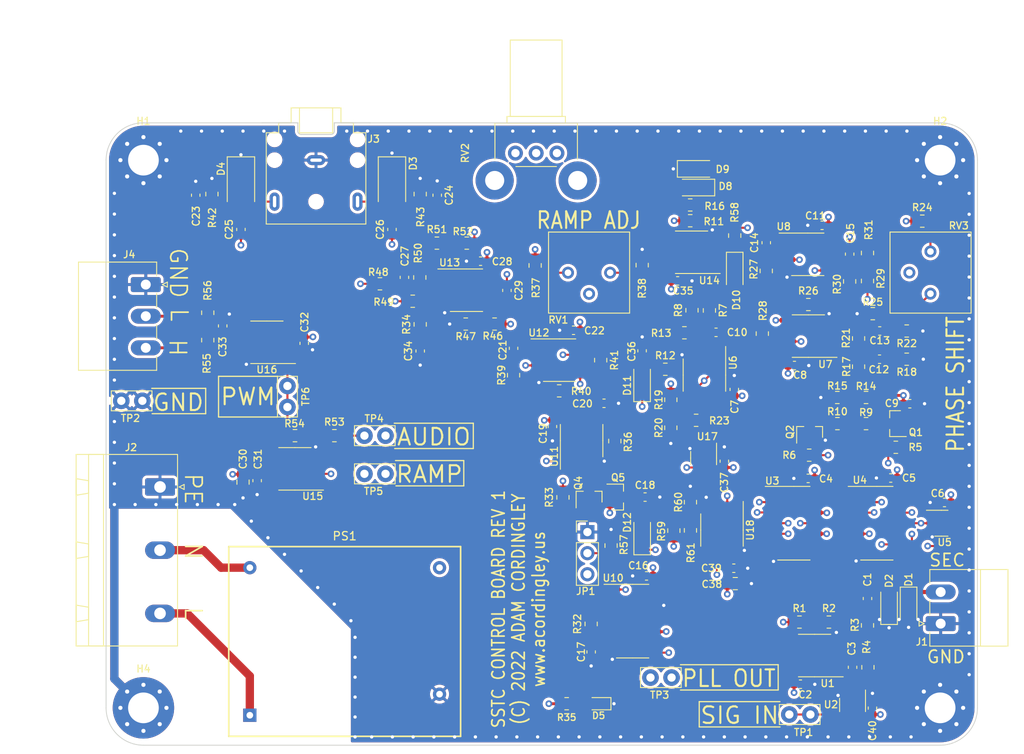
<source format=kicad_pcb>
(kicad_pcb (version 20211014) (generator pcbnew)
  (layers (0 "F.Cu" signal) (1 "In1.Cu" signal) (2 "In2.Cu" signal) (31 "B.Cu" signal) (34 "B.Paste" user) (35 "F.Paste" user) (36 "B.SilkS" user "B.Silkscreen") (37 "F.SilkS" user "F.Silkscreen") (38 "B.Mask" user) (39 "F.Mask" user) (44 "Edge.Cuts" user))
  (net 0 "")
  (net 1 "Net-(C1-Pad1)")
  (net 2 "Net-(C1-Pad2)")
  (net 3 "GND")
  (net 4 "+5V")
  (net 5 "Net-(C3-Pad1)")
  (net 6 "Net-(C3-Pad2)")
  (net 7 "Net-(C10-Pad1)")
  (net 8 "/PLL_Block/VCO_RAMP")
  (net 9 "Net-(C12-Pad1)")
  (net 10 "Net-(C12-Pad2)")
  (net 11 "Net-(C13-Pad1)")
  (net 12 "Net-(C13-Pad2)")
  (net 13 "Net-(C14-Pad1)")
  (net 14 "Net-(C14-Pad2)")
  (net 15 "Net-(C15-Pad1)")
  (net 16 "/PLL_Block/VCO_IN")
  (net 17 "Net-(C17-Pad1)")
  (net 18 "Net-(C18-Pad1)")
  (net 19 "Net-(C20-Pad1)")
  (net 20 "Net-(C21-Pad1)")
  (net 21 "Net-(C21-Pad2)")
  (net 22 "Net-(C23-Pad2)")
  (net 23 "Net-(C24-Pad2)")
  (net 24 "Net-(C25-Pad1)")
  (net 25 "Net-(C26-Pad1)")
  (net 26 "Net-(C27-Pad1)")
  (net 27 "Net-(C27-Pad2)")
  (net 28 "/Audio/AUDIO")
  (net 29 "Net-(C29-Pad2)")
  (net 30 "Net-(C33-Pad1)")
  (net 31 "/PLL_Block/SIG_OUT")
  (net 32 "Net-(J2-Pad2)")
  (net 33 "Net-(J2-Pad3)")
  (net 34 "Net-(C34-Pad2)")
  (net 35 "Net-(R34-Pad2)")
  (net 36 "Net-(Q1-Pad1)")
  (net 37 "Net-(Q1-Pad3)")
  (net 38 "Net-(Q2-Pad1)")
  (net 39 "Net-(Q2-Pad3)")
  (net 40 "Net-(Q4-Pad1)")
  (net 41 "Net-(R1-Pad2)")
  (net 42 "Net-(R5-Pad1)")
  (net 43 "Net-(R6-Pad1)")
  (net 44 "Net-(R13-Pad2)")
  (net 45 "Net-(R10-Pad2)")
  (net 46 "Net-(R11-Pad1)")
  (net 47 "Net-(R19-Pad2)")
  (net 48 "Net-(R24-Pad2)")
  (net 49 "Net-(R26-Pad1)")
  (net 50 "Net-(R26-Pad2)")
  (net 51 "Net-(R28-Pad1)")
  (net 52 "Net-(R33-Pad2)")
  (net 53 "/Ramp Generator/RST_PULSE")
  (net 54 "/PWM and Output/RAMP_IN")
  (net 55 "Net-(R37-Pad1)")
  (net 56 "Net-(R38-Pad2)")
  (net 57 "Net-(R39-Pad2)")
  (net 58 "Net-(R40-Pad1)")
  (net 59 "Net-(D5-Pad2)")
  (net 60 "Net-(R52-Pad1)")
  (net 61 "Net-(R53-Pad1)")
  (net 62 "Net-(R54-Pad2)")
  (net 63 "Net-(RV1-Pad2)")
  (net 65 "Net-(U1-Pad6)")
  (net 66 "/PLL_Block/SIG_IN")
  (net 67 "Net-(U3-Pad1)")
  (net 68 "Net-(U3-Pad5)")
  (net 71 "Net-(U3-Pad9)")
  (net 72 "Net-(C36-Pad2)")
  (net 73 "Net-(U4-Pad2)")
  (net 74 "Net-(U4-Pad12)")
  (net 75 "Net-(D8-Pad1)")
  (net 76 "Net-(D8-Pad2)")
  (net 81 "/PWM and Output/CANH")
  (net 82 "/PWM and Output/CANL")
  (net 83 "Net-(D10-Pad1)")
  (net 84 "Net-(D10-Pad2)")
  (net 85 "Net-(D11-Pad1)")
  (net 86 "Net-(JP1-Pad2)")
  (net 87 "Net-(R7-Pad1)")
  (net 88 "Net-(R23-Pad2)")
  (net 89 "Net-(R25-Pad1)")
  (net 90 "Net-(R32-Pad2)")
  (net 91 "Net-(R59-Pad2)")
  (net 92 "Net-(RV3-Pad2)")
  (net 93 "Net-(U10-Pad6)")
  (footprint "Diode_SMD:D_SOD-123" (layer "F.Cu") (at 136.7 103.2 -90)
    (fp_text reference "D1")
    (fp_text value "MBR160HWTR")
  )
  (footprint "Package_SO:SOIC-8_3.9x4.9mm_P1.27mm" (layer "F.Cu") (at 94.65 73.6)
    (fp_text reference "U12")
    (fp_text value "ADA4891-2")
  )
  (footprint "Resistor_SMD:R_0805_2012Metric" (layer "F.Cu") (at 124.725 85.05 180)
    (fp_text reference "R6")
    (fp_text value "47")
  )
  (footprint "TestPoint:TestPoint_Bridge_Pitch2.54mm_Drill1.0mm" (layer "F.Cu") (at 71.13 87.3)
    (fp_text reference "TP5")
    (fp_text value "TestPoint")
  )
  (footprint "Capacitor_SMD:C_0603_1608Metric" (layer "F.Cu") (at 122.95 74.25)
    (fp_text reference "C8")
    (fp_text value "0.1uF")
  )
  (footprint "Capacitor_SMD:C_0603_1608Metric" (layer "F.Cu") (at 85.125 61.6725)
    (fp_text reference "C28")
    (fp_text value "0.1uF")
  )
  (footprint "Resistor_SMD:R_0805_2012Metric" (layer "F.Cu") (at 111.1 80.85)
    (fp_text reference "R23")
    (fp_text value "100k")
  )
  (footprint "Diode_SMD:D_SOD-123" (layer "F.Cu") (at 111.0875 52.8 180)
    (fp_text reference "D8")
    (fp_text value "1N4148W")
  )
  (footprint "TestPoint:TestPoint_Bridge_Pitch2.54mm_Drill1.0mm" (layer "F.Cu") (at 61.85 79.25 90)
    (fp_text reference "TP6")
    (fp_text value "TestPoint")
  )
  (footprint "Capacitor_SMD:C_0603_1608Metric" (layer "F.Cu") (at 56.25 57.85 90)
    (fp_text reference "C25")
    (fp_text value "0.1uF")
  )
  (footprint "Capacitor_SMD:C_0603_1608Metric" (layer "F.Cu") (at 93.785 81.6 -90)
    (fp_text reference "C19")
    (fp_text value "0.1uF")
  )
  (footprint "Capacitor_SMD:C_0603_1608Metric" (layer "F.Cu") (at 113.5 70.25)
    (fp_text reference "C10")
    (fp_text value "220pF")
  )
  (footprint "Capacitor_SMD:C_0603_1608Metric" (layer "F.Cu") (at 132.35 115.525 90)
    (fp_text reference "C40")
    (fp_text value "0.1uF")
  )
  (footprint "Package_SO:SOIC-8_3.9x4.9mm_P1.27mm" (layer "F.Cu") (at 59.375 71.45 180)
    (fp_text reference "U16")
    (fp_text value "SN65HVD1050D")
  )
  (footprint "Resistor_SMD:R_0805_2012Metric" (layer "F.Cu") (at 67.5125 82.7)
    (fp_text reference "R53")
    (fp_text value "100")
  )
  (footprint "Capacitor_SMD:C_0603_1608Metric" (layer "F.Cu") (at 115.64 98.675)
    (fp_text reference "C39")
    (fp_text value "0.1uF")
  )
  (footprint "Resistor_SMD:R_0805_2012Metric" (layer "F.Cu") (at 108.05 81.75 -90)
    (fp_text reference "R20")
    (fp_text value "100k")
  )
  (footprint "Capacitor_SMD:C_0603_1608Metric" (layer "F.Cu") (at 58.2 88.125 -90)
    (fp_text reference "C31")
    (fp_text value "0.1uF")
  )
  (footprint "Resistor_SMD:R_0805_2012Metric" (layer "F.Cu") (at 79.8625 59.5)
    (fp_text reference "R51")
    (fp_text value "1k")
  )
  (footprint "Connector_Phoenix_GMSTB:PhoenixContact_GMSTBA_2,5_3-G-7,62_1x03_P7.62mm_Horizontal" (layer "F.Cu") (at 46.5 88.88 -90)
    (fp_text reference "J2")
    (fp_text value "Screw_Terminal_01x03")
  )
  (footprint "Diode_SMD:D_SOD-123" (layer "F.Cu") (at 104.5875 76.35 90)
    (fp_text reference "D11")
    (fp_text value "1N4148W")
  )
  (footprint "Resistor_SMD:R_0805_2012Metric" (layer "F.Cu") (at 95.05 90.1375 90)
    (fp_text reference "R33")
    (fp_text value "10k")
  )
  (footprint "Resistor_SMD:R_0805_2012Metric" (layer "F.Cu") (at 131.75 105.5625 -90)
    (fp_text reference "R3")
    (fp_text value "2.2k")
  )
  (footprint "Capacitor_SMD:C_0603_1608Metric" (layer "F.Cu") (at 108.875 64.05)
    (fp_text reference "C35")
    (fp_text value "0.1uF")
  )
  (footprint "Resistor_SMD:R_0805_2012Metric" (layer "F.Cu") (at 76.95 66.5 180)
    (fp_text reference "R49")
    (fp_text value "100k")
  )
  (footprint "Capacitor_SMD:C_0603_1608Metric" (layer "F.Cu") (at 136.85 78.85)
    (fp_text reference "C9")
    (fp_text value "0.1uF")
  )
  (footprint "MountingHole:MountingHole_3.7mm_Pad_Via" (layer "F.Cu") (at 44.5 115.5)
    (fp_text reference "H4")
    (fp_text value "#6")
  )
  (footprint "Capacitor_SMD:C_0603_1608Metric" (layer "F.Cu") (at 50.8 53.725 -90)
    (fp_text reference "C23")
    (fp_text value "100pF")
  )
  (footprint "Capacitor_SMD:C_0603_1608Metric" (layer "F.Cu") (at 104.95 90.1)
    (fp_text reference "C18")
    (fp_text value "100pF")
  )
  (footprint "Repowered_Connectors:Jack_3.5mm_CUI_SJ1-3523N_Horizontal" (layer "F.Cu") (at 65.3 49.5 180)
    (fp_text reference "J3")
    (fp_text value "SJ1-3523N")
    (fp_line (start -2.2 3.5) (end -2.2 4.5) (layer "Edge.Cuts") (width 0.12))
    (fp_line (start 2.2 3.5) (end 2.2 4.5) (layer "Edge.Cuts") (width 0.12))
    (fp_line (start 1.8 3.1) (end -1.8 3.1) (layer "Edge.Cuts") (width 0.12))
    (fp_line (start 2.2 4.5) (end 6.5 4.5) (layer "Edge.Cuts") (width 0.12))
    (fp_line (start -2.2 4.5) (end -6.5 4.5) (layer "Edge.Cuts") (width 0.12))
    (fp_arc (start -2.2 3.5) (mid -2.082842 3.217158) (end -1.8 3.1) (layer "Edge.Cuts") (width 0.12))
    (fp_arc (start 1.8 3.1) (mid 2.082843 3.217157) (end 2.2 3.5) (layer "Edge.Cuts") (width 0.12))
  )
  (footprint "Resistor_SMD:R_0805_2012Metric" (layer "F.Cu") (at 136.475 70.0875 180)
    (fp_text reference "R22")
    (fp_text value "1k")
  )
  (footprint "Capacitor_SMD:C_0805_2012Metric" (layer "F.Cu") (at 56.5 88.3 90)
    (fp_text reference "C30")
    (fp_text value "2.2uF")
  )
  (footprint "Resistor_SMD:R_0805_2012Metric" (layer "F.Cu") (at 138.35 56.85)
    (fp_text reference "R24")
    (fp_text value "10k")
  )
  (footprint "Package_SO:SOIC-8_3.9x4.9mm_P1.27mm" (layer "F.Cu") (at 62.75 86.7 180)
    (fp_text reference "U15")
    (fp_text value "TLV3501AID")
  )
  (footprint "Resistor_SMD:R_0805_2012Metric" (layer "F.Cu") (at 131.8 110.6125 -90)
    (fp_text reference "R4")
    (fp_text value "10k")
  )
  (footprint "TestPoint:TestPoint_Bridge_Pitch2.54mm_Drill1.0mm" (layer "F.Cu") (at 71.13 82.7)
    (fp_text reference "TP4")
    (fp_text value "TestPoint")
  )
  (footprint "Diode_SMD:D_SOD-123" (layer "F.Cu") (at 115.75 62.85 -90)
    (fp_text reference "D10")
    (fp_text value "4.3V")
  )
  (footprint "Resistor_SMD:R_0805_2012Metric" (layer "F.Cu") (at 131.75 64.0625 -90)
    (fp_text reference "R29")
    (fp_text value "100k")
  )
  (footprint "Potentiometer_THT:Potentiometer_Bourns_3386P_Vertical" (layer "F.Cu") (at 139.335 60.51 180)
    (fp_text reference "RV3")
    (fp_text value "10k")
  )
  (footprint "Resistor_SMD:R_0805_2012Metric" (layer "F.Cu") (at 89.1 75.4125 -90)
    (fp_text reference "R39")
    (fp_text value "220k")
  )
  (footprint "Diode_SMD:D_SOD-123" (layer "F.Cu") (at 104.6 94.8 90)
    (fp_text reference "D12")
    (fp_text value "1N4148W")
  )
  (footprint "Capacitor_SMD:C_0603_1608Metric" (layer "F.Cu") (at 100 78.8)
    (fp_text reference "C20")
    (fp_text value "0.01uF")
  )
  (footprint "Package_TO_SOT_SMD:SOT-23-5" (layer "F.Cu") (at 140.65 93.25)
    (fp_text reference "U5")
    (fp_text value "74AHC1G14")
  )
  (footprint "Capacitor_SMD:C_0603_1608Metric" (layer "F.Cu") (at 119.55 59.45 90)
    (fp_text reference "C14")
    (fp_text value "0.1uF")
  )
  (footprint "Potentiometer_THT:Potentiometer_Bourns_3386P_Vertical" (layer "F.Cu") (at 95.66 63.065 -90)
    (fp_text reference "RV1")
    (fp_text value "10k")
  )
  (footprint "Package_SO:SOIC-14_3.9x8.7mm_P1.27mm" (layer "F.Cu") (at 103.45 105.05)
    (fp_text reference "U10")
    (fp_text value "74HC86")
  )
  (footprint "Capacitor_SMD:C_0805_2012Metric" (layer "F.Cu") (at 115.815 100.525 180)
    (fp_text reference "C38")
    (fp_text value "2.2uF")
  )
  (footprint "Capacitor_SMD:C_0603_1608Metric" (layer "F.Cu") (at 133.225 70.0875)
    (fp_text reference "C13")
    (fp_text value "4700pF")
  )
  (footprint "Capacitor_SMD:C_0603_1608Metric" (layer "F.Cu") (at 126.275 57.35 180)
    (fp_text reference "C11")
    (fp_text value "0.1uF")
  )
  (footprint "Resistor_SMD:R_0805_2012Metric" (layer "F.Cu") (at 52.75 53.5875 90)
    (fp_text reference "R42")
    (fp_text value "60.4")
  )
  (footprint "Resistor_SMD:R_0805_2012Metric" (layer "F.Cu") (at 110.3875 56.8 180)
    (fp_text reference "R11")
    (fp_text value "2.2k")
  )
  (footprint "Resistor_SMD:R_0805_2012Metric" (layer "F.Cu") (at 77.85 53.5875 -90)
    (fp_text reference "R43")
    (fp_text value "60.4")
  )
  (footprint "Resistor_SMD:R_0805_2012Metric" (layer "F.Cu") (at 95.5 115 180)
    (fp_text reference "R35")
    (fp_text value "1k")
  )
  (footprint "Package_SO:SOIC-8_3.9x4.9mm_P1.27mm" (layer "F.Cu") (at 97.3 83.3 90)
    (fp_text reference "U11")
    (fp_text value "ADA4891-2")
  )
  (footprint "Resistor_SMD:R_0805_2012Metric" (layer "F.Cu") (at 135.1625 84.1)
    (fp_text reference "R5")
    (fp_text value "47")
  )
  (footprint "Resistor_SMD:R_0805_2012Metric" (layer "F.Cu") (at 110.415 90.7125 90)
    (fp_text reference "R60")
    (fp_text value "2.2k")
  )
  (footprint "Capacitor_SMD:C_0603_1608Metric" (layer "F.Cu") (at 115.7 77.125 90)
    (fp_text reference "C7")
    (fp_text value "0.1uF")
  )
  (footprint "Package_SO:SOIC-8_3.9x4.9mm_P1.27mm" (layer "F.Cu") (at 124.625 70.7 180)
    (fp_text reference "U7")
    (fp_text value "ADA4891-2")
  )
  (footprint "Capacitor_SMD:C_0603_1608Metric" (layer "F.Cu") (at 129.95 110.6125 -90)
    (fp_text reference "C3")
    (fp_text value "10pF")
  )
  (footprint "Resistor_SMD:R_0805_2012Metric" (layer "F.Cu") (at 98.45 105.3875 90)
    (fp_text reference "R32")
    (fp_text value "2.2k")
  )
  (footprint "MountingHole:MountingHole_3.7mm_Pad_Via" (layer "F.Cu") (at 140.5 49.5)
    (fp_text reference "H2")
    (fp_text value "#6")
  )
  (footprint "Resistor_SMD:R_0805_2012Metric" (layer "F.Cu") (at 86.8125 69.25)
    (fp_text reference "R46")
    (fp_text value "4.7k")
  )
  (footprint "Resistor_SMD:R_0805_2012Metric" (layer "F.Cu") (at 77.8 63.6375 90)
    (fp_text reference "R50")
    (fp_text value "47k")
  )
  (footprint "Repowered_TO-SOT-SMD:SOT-23" (layer "F.Cu") (at 101.7 90.1)
    (fp_text reference "Q5")
    (fp_text value "MMBT3906")
  )
  (footprint "Capacitor_SMD:C_0603_1608Metric" (layer "F.Cu") (at 134.55 87.8 180)
    (fp_text reference "C5")
    (fp_text value "0.1uF")
  )
  (footprint "Capacitor_SMD:C_0603_1608Metric" (layer "F.Cu") (at 96.325 70 180)
    (fp_text reference "C22")
    (fp_text value "0.1uF")
  )
  (footprint "Repowered_Modules:RAC03-K" (layer "F.Cu") (at 68.75 107.5)
    (fp_text reference "PS1")
    (fp_text value "RAC03-05SK")
  )
  (footprint "Resistor_SMD:R_0805_2012Metric" (layer "F.Cu") (at 136.475 73.4875 180)
    (fp_text reference "R18")
    (fp_text value "47")
  )
  (footprint "Capacitor_SMD:C_0603_1608Metric" (layer "F.Cu") (at 129.6 60.825 90)
    (fp_text reference "C15")
    (fp_text value "100pF")
  )
  (footprint "Package_SO:SOIC-8_3.9x4.9mm_P1.27mm" (layer "F.Cu") (at 114.215 94.075 -90)
    (fp_text reference "U18")
    (fp_text value "TLV3501AID")
  )
  (footprint "Resistor_SMD:R_0805_2012Metric" (layer "F.Cu") (at 123.55 105.1625)
    (fp_text reference "R1")
    (fp_text value "10k")
  )
  (footprint "Capacitor_SMD:C_0603_1608Metric" (layer "F.Cu") (at 77.85 72.5 90)
    (fp_text reference "C34")
    (fp_text value "0.1uF")
  )
  (footprint "Diode_SMD:D_SOD-123" (layer "F.Cu") (at 134.35 103.2 90)
    (fp_text reference "D2")
    (fp_text value "MBR160HWTR")
  )
  (footprint "Resistor_SMD:R_0805_2012Metric" (layer "F.Cu") (at 91.7 62.1875 90)
    (fp_text reference "R37")
    (fp_text value "10k")
  )
  (footprint "Resistor_SMD:R_0805_2012Metric" (layer "F.Cu") (at 131.575 81.25)
    (fp_text reference "R9")
    (fp_text value "47")
  )
  (footprint "Resistor_SMD:R_0805_2012Metric" (layer "F.Cu") (at 109.6875 70.3)
    (fp_text reference "R13")
    (fp_text value "10k")
  )
  (footprint "Resistor_SMD:R_0805_2012Metric" (layer "F.Cu") (at 115.75 58.5875 90)
    (fp_text reference "R58")
    (fp_text value "1k")
  )
  (footprint "Resistor_SMD:R_0805_2012Metric" (layer "F.Cu") (at 52.25 67.8875 90)
    (fp_text reference "R56")
    (fp_text value "60.4")
  )
  (footprint "Package_SO:SOIC-8_3.9x4.9mm_P1.27mm" (layer "F.Cu") (at 125.375 109.1975 180)
    (fp_text reference "U1")
    (fp_text value "ADA4891-2")
  )
  (footprint "Resistor_SMD:R_0805_2012Metric" (layer "F.Cu") (at 107.3875 74.7)
    (fp_text reference "R12")
    (fp_text value "2.2k")
  )
  (footprint "TestPoint:TestPoint_Bridge_Pitch2.54mm_Drill1.0mm" (layer "F.Cu") (at 41.83 78.5)
    (fp_text reference "TP2")
    (fp_text value "TestPoint")
  )
  (footprint "Repowered_TO-SOT-SMD:SOT-23" (layer "F.Cu") (at 124.775 82.25 90)
    (fp_text reference "Q2")
    (fp_text value "BSS138")
  )
  (footprint "Resistor_SMD:R_0805_2012Metric" (layer "F.Cu") (at 130.675 70.9875 -90)
    (fp_text reference "R21")
    (fp_text value "100k")
  )
  (footprint "Resistor_SMD:R_0805_2012Metric" (layer "F.Cu") (at 83.3375 69.25)
    (fp_text reference "R47")
    (fp_text value "4.7k")
  )
  (footprint "Capacitor_SMD:C_0603_1608Metric" (layer "F.Cu") (at 123.675 112.65 180)
    (fp_text reference "C2")
    (fp_text value "0.1uF")
  )
  (footprint "Resistor_SMD:R_0805_2012Metric" (layer "F.Cu") (at 130.675 74.3875 -90)
    (fp_text reference "R17")
    (fp_text value "10k")
  )
  (footprint "Capacitor_SMD:C_0603_1608Metric" (layer "F.Cu") (at 88.3 65.2 -90)
    (fp_text reference "C29")
    (fp_text value "470pF")
  )
  (footprint "Capacitor_SMD:C_0603_1608Metric" (layer "F.Cu") (at 114.5 85.775 -90)
    (fp_text reference "C37")
    (fp_text value "0.1uF")
  )
  (footprint "Package_SO:SOIC-14_3.9x8.7mm_P1.27mm" (layer "F.Cu") (at 122.875 93.25)
    (fp_text reference "U3")
    (fp_text value "74HC74")
  )
  (footprint "Capacitor_SMD:C_0603_1608Metric" (layer "F.Cu") (at 98.45 108.7625 -90)
    (fp_text reference "C17")
    (fp_text value "220pF")
  )
  (footprint "Capacitor_SMD:C_0603_1608Metric" (layer "F.Cu") (at 131.75 102.325 -90)
    (fp_text reference "C1")
    (fp_text value "1000pF")
  )
  (footprint "Resistor_SMD:R_0805_2012Metric" (layer "F.Cu") (at 100.85 95.945 -90)
    (fp_text reference "R57")
    (fp_text value "10k")
  )
  (footprint "Resistor_SMD:R_0805_2012Metric" (layer "F.Cu") (at 83.4625 59.5 180)
    (fp_text reference "R52")
    (fp_text value "100")
  )
  (footprint "Repowered_TO-SOT-SMD:SOT-23" (layer "F.Cu") (at 135.075 81.25 180)
    (fp_text reference "Q1")
    (fp_text value "BSS84")
  )
  (footprint "Package_SO:SOIC-8_3.9x4.9mm_P1.27mm" (layer "F.Cu") (at 83.425 65.1725)
    (fp_text reference "U13")
    (fp_text value "ADA4891-2")
  )
  (footprint "Resistor_SMD:R_0805_2012Metric" (layer "F.Cu") (at 62.7625 82.7 180)
    (fp_text reference "R54")
    (fp_text value "10k")
  )
  (footprint "Capacitor_SMD:C_0603_1608Metric" (layer "F.Cu") (at 79.9 53.725 -90)
    (fp_text reference "C24")
    (fp_text value "100pF")
  )
  (footprint "Resistor_SMD:R_0805_2012Metric" (layer "F.Cu") (at 131.75 60.6875 -90)
    (fp_text reference "R31")
    (fp_text value "100k")
  )
  (footprint "Resistor_SMD:R_0805_2012Metric" (layer "F.Cu") (at 110.6 67.5875 90)
    (fp_text reference "R8")
    (fp_text value "10k")
  )
  (footprint "Resistor_SMD:R_0805_2012Metric" (layer "F.Cu") (at 128.1125 78.1)
    (fp_text reference "R15")
    (fp_text value "2.2k")
  )
  (footprint "Capacitor_SMD:C_0603_1608Metric" (layer "F.Cu") (at 133.2 73.4875)
    (fp_text reference "C12")
    (fp_text value "0.047uF")
  )
  (footprint "Package_SO:SOIC-8_3.9x4.9mm_P1.27mm" (layer "F.Cu") (at 124.55 60.85)
    (fp_text reference "U8")
    (fp_text value "ADA4891-2")
  )
  (footprint "Resistor_SMD:R_0805_2012Metric" (layer "F.Cu") (at 110.3875 54.9)
    (fp_text reference "R16")
    (fp_text value "47")
  )
  (footprint "Resistor_SMD:R_0805_2012Metric" (layer "F.Cu") (at 127.1 105.1625)
    (fp_text reference "R2")
    (fp_text value "10k")
  )
  (footprint "Resistor_SMD:R_0805_2012Metric" (layer "F.Cu") (at 101.3 83.35 90)
    (fp_text reference "R36")
    (fp_text value "10k")
  )
  (footprint "Connector_Phoenix_MC:PhoenixContact_MC_1,5_3-G-3.81_1x03_P3.81mm_Horizontal" (layer "F.Cu") (at 44.7825 64.495 -90)
    (fp_text reference "J4")
    (fp_text value "Screw_Terminal_01x03")
  )
  (footprint "Repowered_TO-SOT-SMD:SOT-23" (layer "F.Cu") (at 98.2 90.05 90)
    (fp_text reference "Q4")
    (fp_text value "MMBT3906")
  )
  (footprint "Connector_PinHeader_2.54mm:PinHeader_1x03_P2.54mm_Vertical" (layer "F.Cu") (at 98 94.32)
    (fp_text reference "JP1")
    (fp_text value "Jumper_3_Open")
  )
  (footprint "MountingHole:MountingHole_3.7mm_Pad_Via" (layer "F.Cu") (at 140.5 115.5)
    (fp_text reference "H3" hide)
    (fp_text value "#6")
  )
  (footprint "Package_TO_SOT_SMD:SOT-23-5" (layer "F.Cu") (at 112 85.4 -90)
    (fp_text reference "U17")
    (fp_text value "74AHC1G14")
  )
  (footprint "Package_SO:SOIC-8_3.9x4.9mm_P1.27mm" (layer "F.Cu") (at 110.55 60.6 180)
    (fp_text reference "U14")
    (fp_text value "ADA4891-2")
  )
  (footprint "Diode_SMD:D_SMA" (layer "F.Cu") (at 56.25 52.5 -90)
    (fp_text reference "D4")
    (fp_text value "SMAJ11CA-13-F")
  )
  (footprint "MountingHole:MountingHole_3.7mm_Pad_Via" (layer "F.Cu") (at 44.5 49.5)
    (fp_text reference "H1")
    (fp_text value "#6")
  )
  (footprint "Capacitor_SMD:C_0603_1608Metric" (layer "F.Cu") (at 74.45 57.85 90)
    (fp_text reference "C26")
    (fp_text value "0.1uF")
  )
  (footprint "Resistor_SMD:R_0805_2012Metric" (layer "F.Cu") (at 104.6 62.15 -90)
    (fp_text reference "R38")
    (fp_text value "10k")
  )
  (footprint "Capacitor_SMD:C_0603_1608Metric" (layer "F.Cu") (at 141.025 90.75 180)
    (fp_text reference "C6")
    (fp_text value "0.1uF")
  )
  (footprint "Resistor_SMD:R_0805_2012Metric" (layer "F.Cu") (at 119.55 62.85 -90)
    (fp_text reference "R27")
    (fp_text value "220k")
  )
  (footprint "Resistor_SMD:R_0805_2012Metric" (layer "F.Cu") (at 94.6 77.3 180)
    (fp_text reference "R40")
    (fp_text value "10k")
  )
  (footprint "Resistor_SMD:R_0805_2012Metric" (layer "F.Cu") (at 99.6 73.6 -90)
    (fp_text reference "R41")
    (fp_text value "10k")
  )
  (footprint "Package_SO:SOIC-8_3.9x4.9mm_P1.27mm" (layer "F.Cu") (at 112.1 75.4 -90)
    (fp_text reference "U6")
    (fp_text value "ADA4891-2")
  )
  (footprint "Capacitor_SMD:C_0603_1608Metric" (layer "F.Cu") (at 104.5875 72.475 -90)
    (fp_text reference "C36")
    (fp_text value "10pF")
  )
  (footprint "Resistor_SMD:R_0805_2012Metric" (layer "F.Cu") (at 108.415 94.1375 90)
    (fp_text reference "R59")
    (fp_text value "2.2k")
  )
  (footprint "Capacitor_SMD:C_0603_1608Metric" (layer "F.Cu") (at 54.05 69.475 90)
    (fp_text reference "C33")
    (fp_text value "0.01uF")
  )
  (footprint "Resistor_SMD:R_0805_2012Metric" (layer "F.Cu") (at 132.3875 68 180)
    (fp_text reference "R25")
    (fp_text value "10k")
  )
  (footprint "Resistor_SMD:R_0805_2012Metric" (layer "F.Cu") (at 77.85 69.2875 90)
    (fp_text reference "R34")
    (fp_text value "47k")
  )
  (footprint "Capacitor_SMD:C_0603_1608Metric" (layer "F.Cu") (at 75.95 63.625 -90)
    (fp_text reference "C27")
    (fp_text value "180pF")
  )
  (footprint "Capacitor_SMD:C_0603_1608Metric" (layer "F.Cu") (at 105.125 99.6 180)
    (fp_text reference "C16")
    (fp_text value "0.1uF")
  )
  (footprint "Diode_SMD:D_SOD-123" (layer "F.Cu") (at 111.0875 50.55)
    (fp_text reference "D9")
    (fp_text value "1N4148W")
  )
  (footprint "Capacitor_SMD:C_0603_1608Metric" (layer "F.Cu") (at 63.875 71.575 -90)
    (fp_text reference "C32")
    (fp_text value "0.1uF")
  )
  (footprint "Resistor_SMD:R_0805_2012Metric" (layer "F.Cu") (at 119.075 70.4 90)
    (fp_text reference "R28")
    (fp_text value "10k")
  )
  (footprint "Potentiometer_THT:Potentiometer_Bourns_PTV09A-2_Single_Horizontal" (layer "F.Cu") (at 94.325 48.65 90)
    (fp_text reference "RV2")
    (fp_text value "10k")
  )
  (footprint "Package_TO_SOT_SMD:SOT-23-5" (layer "F.Cu") (at 129.95 115.15 -90)
    (fp_text reference "U2")
    (fp_text value "74AHC1G14")
  )
  (footprint "Capacitor_SMD:C_0603_1608Metric" (layer "F.Cu") (at 89.1 72.175 90)
    (fp_text reference "C21")
    (fp_text value "1000pF")
  )
  (footprint "Package_SO:SOIC-14_3.9x8.7mm_P1.27mm" (layer "F.Cu") (at 132.875 93.25)
    (fp_text reference "U4")
    (fp_text value "74HC00")
  )
  (footprint "TestPoint:TestPoint_Bridge_Pitch2.54mm_Drill1.0mm" (layer "F.Cu") (at 105.6 111.85)
    (fp_text reference "TP3")
    (fp_text value "TestPoint")
  )
  (footprint "Resistor_SMD:R_0805_2012Metric" (layer "F.Cu") (at 112.7 67.6125 -90)
    (fp_text reference "R7")
    (fp_text value "10k")
  )
  (footprint "Resistor_SMD:R_0805_2012Metric" (layer "F.Cu") (at 52.25 71.1875 90)
    (fp_text reference "R55")
    (fp_text value "60.4")
  )
  (footprint "Connector_Phoenix_MC:PhoenixContact_MC_1,5_2-G-3.81_1x02_P3.81mm_Horizontal" (layer "F.Cu") (at 140.5675 105.35 90)
    (fp_text reference "J1")
    (fp_text value "Screw_Terminal_01x02")
  )
  (footprint "Resistor_SMD:R_0805_2012Metric" (layer "F.Cu") (at 108.05 78.375 -90)
    (fp_text reference "R19")
    (fp_text value "100k")
  )
  (footprint "Resistor_SMD:R_0805_2012Metric" (layer "F.Cu") (at 124.625 66.9)
    (fp_text reference "R26")
    (fp_text value "100k")
  )
  (footprint "Resistor_SMD:R_0805_2012Metric" (layer "F.Cu") (at 128.125 81.25)
    (fp_text reference "R10")
    (fp_text value "47")
  )
  (footprint "Capacitor_SMD:C_0603_1608Metric" (layer "F.Cu") (at 124.6 87.85 180)
    (fp_text reference "C4")
    (fp_text value "0.1uF")
  )
  (footprint "Resistor_SMD:R_0805_2012Metric" (layer "F.Cu") (at 110.415 94.1125 -90)
    (fp_text reference "R61")
    (fp_text value "100k")
  )
  (footprint "Resistor_SMD:R_0805_2012Metric" (layer "F.Cu") (at 131.575 78.1)
    (fp_text reference "R14")
    (fp_text value "2.2k")
  )
  (footprint "Diode_SMD:D_SMA" (layer "F.Cu") (at 74.45 52.5 -90)
    (fp_text reference "D3")
    (fp_text value "SMAJ11CA-13-F")
  )
  (footprint "TestPoint:TestPoint_Bridge_Pitch2.54mm_Drill1.0mm" (layer "F.Cu") (at 122.33 116.3)
    (fp_text reference "TP1")
    (fp_text value "TestPoint")
  )
  (footprint "LED_SMD:LED_0603_1608Metric" (layer "F.Cu") (at 99.35 115 180)
    (fp_text reference "D5")
    (fp_text value "LED")
  )
  (footprint "Resistor_SMD:R_0805_2012Metric" (layer "F.Cu") (at 129.6 64.1125 -90)
    (fp_text reference "R30")
    (fp_text value "100k")
  )
  (footprint "Resistor_SMD:R_0805_2012Metric" (layer "F.Cu") (at 73 64.4)
    (fp_text reference "R48")
    (fp_text value "100k")
  )
  (gr_line (start 111.475 117.8) (end 111.475 114.75) (layer "F.SilkS") (width 0.15))
  (gr_line (start 74.875 85.7) (end 83.1 85.7) (layer "F.SilkS") (width 0.15))
  (gr_line (start 52 80.05) (end 45.55 80.05) (layer "F.SilkS") (width 0.15))
  (gr_line (start 53.55 75.55) (end 53.55 80.45) (layer "F.SilkS") (width 0.15))
  (gr_line (start 60.65 75.55) (end 53.55 75.55) (layer "F.SilkS") (width 0.15))
  (gr_line (start 120.9875 110.3) (end 120.9875 113.35) (layer "F.SilkS") (width 0.15))
  (gr_line (start 111.475 114.75) (end 121.2 114.75) (layer "F.SilkS") (width 0.15))
  (gr_line (start 109.2125 110.3) (end 120.9875 110.3) (layer "F.SilkS") (width 0.15))
  (gr_line (start 74.725 81.2) (end 84.25 81.2) (layer "F.SilkS") (width 0.15))
  (gr_line (start 111.4875 117.8) (end 121.2125 117.8) (layer "F.SilkS") (width 0.15))
  (gr_line (start 84.25 84.25) (end 74.775 84.25) (layer "F.SilkS") (width 0.15))
  (gr_line (start 45.5 77) (end 52 77) (layer "F.SilkS") (width 0.15))
  (gr_line (start 84.25 81.2) (end 84.25 84.25) (layer "F.SilkS") (width 0.15))
  (gr_line (start 53.55 80.45) (end 60.65 80.45) (layer "F.SilkS") (width 0.15))
  (gr_line (start 52 77) (end 52 80.05) (layer "F.SilkS") (width 0.15))
  (gr_line (start 120.9875 113.35) (end 109.2125 113.35) (layer "F.SilkS") (width 0.15))
  (gr_line (start 83.1 88.75) (end 74.925 88.75) (layer "F.SilkS") (width 0.15))
  (gr_line (start 83.1 85.7) (end 83.1 88.75) (layer "F.SilkS") (width 0.15))
  (gr_line (start 40 115.5) (end 40 49.5) (layer "Edge.Cuts") (width 0.1))
  (gr_line (start 58.8 45) (end 44.5 45) (layer "Edge.Cuts") (width 0.1))
  (gr_arc (start 145 115.5) (mid 143.681981 118.681981) (end 140.5 120) (layer "Edge.Cuts") (width 0.1))
  (gr_arc (start 140.5 45) (mid 143.681981 46.318019) (end 145 49.5) (layer "Edge.Cuts") (width 0.1))
  (gr_arc (start 40 49.5) (mid 41.318019 46.318019) (end 44.5 45) (layer "Edge.Cuts") (width 0.1))
  (gr_line (start 145 115.5) (end 145 49.5) (layer "Edge.Cuts") (width 0.1))
  (gr_line (start 71.8 45) (end 140.5 45) (layer "Edge.Cuts") (width 0.1))
  (gr_arc (start 44.5 120) (mid 41.318019 118.681981) (end 40 115.5) (layer "Edge.Cuts") (width 0.1))
  (gr_line (start 44.5 120) (end 140.5 120) (layer "Edge.Cuts") (width 0.1))
  (gr_text "SIG IN" (at 116.35 116.4) (layer "F.SilkS") (effects (font (size 2 2) (thickness 0.25))))
  (gr_text "PE" (at 50.5 89.12 270) (layer "F.SilkS") (effects (font (size 2 2) (thickness 0.2))))
  (gr_text "PLL OUT" (at 115.05 111.95) (layer "F.SilkS") (effects (font (size 2 1.8) (thickness 0.25))))
  (gr_text "GND" (at 48.7 78.7) (layer "F.SilkS") (effects (font (size 2 2) (thickness 0.25))))
  (gr_text "N" (at 50.5 96.62 270) (layer "F.SilkS") (effects (font (size 2 2) (thickness 0.2))))
  (gr_text "L" (at 48.8 68.15 270) (layer "F.SilkS") (effects (font (size 2 2) (thickness 0.2))))
  (gr_text "GND" (at 141.2 109.35) (layer "F.SilkS") (effects (font (size 1.5 1.5) (thickness 0.2))))
  (gr_text "SSTC CONTROL BOARD REV 1\n(C) 2022 ADAM CORDINGLEY\nwww.acordingley.us" (at 89.7 103.6 90) (layer "F.SilkS") (effects (font (size 1.5 1.3) (thickness 0.2))))
  (gr_text "L" (at 50.5 104.12 270) (layer "F.SilkS") (effects (font (size 2 2) (thickness 0.2))))
  (gr_text "PWM" (at 57.1 78) (layer "F.SilkS") (effects (font (size 2 2) (thickness 0.25))))
  (gr_text "SEC" (at 141.35 97.7) (layer "F.SilkS") (effects (font (size 1.5 1.5) (thickness 0.2))))
  (gr_text "PHASE SHIFT" (at 142.35 76.5 90) (layer "F.SilkS") (effects (font (size 2 1.7) (thickness 0.25))))
  (gr_text "GND" (at 48.7 63.1 270) (layer "F.SilkS") (effects (font (size 2 2) (thickness 0.2))))
  (gr_text "RAMP ADJ" (at 98.15 56.75) (layer "F.SilkS") (effects (font (size 2 1.7) (thickness 0.25))))
  (gr_text "RAMP" (at 78.95 87.35) (layer "F.SilkS") (effects (font (size 2 2) (thickness 0.25))))
  (gr_text "H" (at 48.8 72.1 90) (layer "F.SilkS") (effects (font (size 2 2) (thickness 0.2))))
  (gr_text "AUDIO" (at 79.5 82.85) (layer "F.SilkS") (effects (font (size 2 2) (thickness 0.25))))
  (segment (start 140.5675 101.54) (end 131.76 101.54) (width 0.5) (layer "F.Cu") (net 1))
  (segment (start 131.76 101.54) (end 131.75 101.55) (width 0.5) (layer "F.Cu") (net 1))
  (segment (start 131.75 103.1) (end 131.75 104.65) (width 0.25) (layer "F.Cu") (net 2))
  (segment (start 41 112) (end 41 91) (width 1) (layer "F.Cu") (net 3))
  (segment (start 44.5 115.5) (end 41 112) (width 1) (layer "F.Cu") (net 3))
  (via (at 144 83.760868) (size 0.8) (drill 0.4) (layers "F.Cu" "B.Cu") (net 3))
  (via (at 124.5 119) (size 0.8) (drill 0.4) (layers "F.Cu" "B.Cu") (net 3))
  (via (at 119.5 119) (size 0.8) (drill 0.4) (layers "F.Cu" "B.Cu") (net 3))
  (via (at 144 96.369563) (size 0.8) (drill 0.4) (layers "F.Cu" "B.Cu") (net 3))
  (via (at 76.5 46) (size 0.8) (drill 0.4) (layers "F.Cu" "B.Cu") (net 3))
  (via (at 111.5 46) (size 0.8) (drill 0.4) (layers "F.Cu" "B.Cu") (net 3))
  (via (at 101.5 46) (size 0.8) (drill 0.4) (layers "F.Cu" "B.Cu") (net 3))
  (via (at 89 46) (size 0.8) (drill 0.4) (layers "F.Cu" "B.Cu") (net 3))
  (via (at 112.315 90.125) (size 0.8) (drill 0.4) (layers "F.Cu" "B.Cu") (net 3))
  (via (at 41 58.5) (size 0.8) (drill 0.4) (layers "F.Cu" "B.Cu") (net 3))
  (via (at 104.6 70.8) (size 0.8) (drill 0.4) (layers "F.Cu" "B.Cu") (net 3))
  (via (at 98.45 110.45) (size 0.8) (drill 0.4) (layers "F.Cu" "B.Cu") (net 3))
  (via (at 103.45 99.6) (size 0.8) (drill 0.4) (layers "F.Cu" "B.Cu") (net 3))
  (via (at 57.5 93) (size 0.8) (drill 0.4) (layers "F.Cu" "B.Cu") (net 3))
  (via (at 106.725 90.1) (size 0.8) (drill 0.4) (layers "F.Cu" "B.Cu") (net 3))
  (via (at 139.55 94.9) (size 0.8) (drill 0.4) (layers "F.Cu" "B.Cu") (net 3))
  (via (at 109 46) (size 0.8) (drill 0.4) (layers "F.Cu" "B.Cu") (net 3))
  (via (at 117 119) (size 0.8) (drill 0.4) (layers "F.Cu" "B.Cu") (net 3))
  (via (at 100.035 85.775) (size 0.8) (drill 0.4) (layers "F.Cu" "B.Cu") (net 3))
  (via (at 80.8 67.8875) (size 0.8) (drill 0.4) (layers "F.Cu" "B.Cu") (net 3))
  (via (at 122.875 87.85) (size 0.8) (drill 0.4) (layers "F.Cu" "B.Cu") (net 3))
  (via (at 114 46) (size 0.8) (drill 0.4) (layers "F.Cu" "B.Cu") (net 3))
  (via (at 129 46) (size 0.8) (drill 0.4) (layers "F.Cu" "B.Cu") (net 3))
  (via (at 132.825 87.8) (size 0.8) (drill 0.4) (layers "F.Cu" "B.Cu") (net 3))
  (via (at 70 111.8) (size 0.8) (drill 0.4) (layers "F.Cu" "B.Cu") (net 3))
  (via (at 128 106.4125) (size 0.8) (drill 0.4) (layers "F.Cu" "B.Cu") (net 3))
  (via (at 74.5 119) (size 0.8) (drill 0.4) (layers "F.Cu" "B.Cu") (net 3))
  (via (at 101.75 78.8) (size 0.8) (drill 0.4) (layers "F.Cu" "B.Cu") (net 3))
  (via (at 79 46) (size 0.8) (drill 0.4) (layers "F.Cu" "B.Cu") (net 3))
  (via (at 109.4 72.95) (size 0.8) (drill 0.4) (layers "F.Cu" "B.Cu") (net 3))
  (via (at 59 46) (size 0.8) (drill 0.4) (layers "F.Cu" "B.Cu") (net 3))
  (via (at 144 63.586956) (size 0.8) (drill 0.4) (layers "F.Cu" "B.Cu") (net 3))
  (via (at 94.5 119) (size 0.8) (drill 0.4) (layers "F.Cu" "B.Cu") (net 3))
  (via (at 94.65 70) (size 0.8) (drill 0.4) (layers "F.Cu" "B.Cu") (net 3))
  (via (at 94 46) (size 0.8) (drill 0.4) (layers "F.Cu" "B.Cu") (net 3))
  (via (at 72 119) (size 0.8) (drill 0.4) (layers "F.Cu" "B.Cu") (net 3))
  (via (at 79.9 52) (size 0.8) (drill 0.4) (layers "F.Cu" "B.Cu") (net 3))
  (via (at 144 91.326085) (size 0.8) (drill 0.4) (layers "F.Cu" "B.Cu") (net 3))
  (via (at 99.5 119) (size 0.8) (drill 0.4) (layers "F.Cu" "B.Cu") (net 3))
  (via (at 64.875 72.35) (size 0.8) (drill 0.4) (layers "F.Cu" "B.Cu") (net 3))
  (via (at 41 71) (size 0.8) (drill 0.4) (layers "F.Cu" "B.Cu") (net 3))
  (via (at 144 86.282607) (size 0.8) (drill 0.4) (layers "F.Cu" "B.Cu") (net 3))
  (via (at 41 83.5) (size 0.8) (drill 0.4) (layers "F.Cu" "B.Cu") (net 3))
  (via (at 110.6 64.05) (size 0.8) (drill 0.4) (layers "F.Cu" "B.Cu") (net 3))
  (via (at 144 76.195651) (size 0.8) (drill 0.4) (layers "F.Cu" "B.Cu") (net 3))
  (via (at 43.5 91) (size 0.8) (drill 0.4) (layers "F.Cu" "B.Cu") (net 3))
  (via (at 79.5 119) (size 0.8) (drill 0.4) (layers "F.Cu" "B.Cu") (net 3))
  (via (at 54 46) (size 0.8) (drill 0.4) (layers "F.Cu" "B.Cu") (net 3))
  (via (at 92 119) (size 0.8) (drill 0.4) (layers "F.Cu" "B.Cu") (net 3))
  (via (at 124.675 74.25) (size 0.8) (drill 0.4) (layers "F.Cu" "B.Cu") (net 3))
  (via (at 93.785 83.325) (size 0.8) (drill 0.4) (layers "F.Cu" "B.Cu") (net 3))
  (via (at 144 61.065217) (size 0.8) (drill 0.4) (layers "F.Cu" "B.Cu") (net 3))
  (via (at 41 63.5) (size 0.8) (drill 0.4) (layers "F.Cu" "B.Cu") (net 3))
  (via (at 108.35 50.55) (size 0.8) (drill 0.4) (layers "F.Cu" "B.Cu") (net 3))
  (via (at 127 119) (size 0.8) (drill 0.4) (layers "F.Cu" "B.Cu") (net 3))
  (via (at 106.5 46) (size 0.8) (drill 0.4) (layers "F.Cu" "B.Cu") (net 3))
  (via (at 144 98.891302) (size 0.8) (drill 0.4) (layers "F.Cu" "B.Cu") (net 3))
  (via (at 63.5 99) (size 0.8) (drill 0.4) (layers "F.Cu" "B.Cu") (net 3))
  (via (at 116.5 46) (size 0.8) (drill 0.4) (layers "F.Cu" "B.Cu") (net 3))
  (via (at 144 101.413041) (size 0.8) (drill 0.4) (layers "F.Cu" "B.Cu") (net 3))
  (via (at 130.5 68) (size 0.8) (drill 0.4) (layers "F.Cu" "B.Cu") (net 3))
  (via (at 113.05 57.9) (size 0.8) (drill 0.4) (layers "F.Cu" "B.Cu") (net 3))
  (via (at 107 119) (size 0.8) (drill 0.4) (layers "F.Cu" "B.Cu") (net 3))
  (via (at 144 68.630434) (size 0.8) (drill 0.4) (layers "F.Cu" "B.Cu") (net 3))
  (via (at 126.125 78.1) (size 0.8) (drill 0.4) (layers "F.Cu" "B.Cu") (net 3))
  (via (at 144 73.673912) (size 0.8) (drill 0.4) (layers "F.Cu" "B.Cu") (net 3))
  (via (at 127.125 68) (size 0.8) (drill 0.4) (layers "F.Cu" "B.Cu") (net 3))
  (via (at 65.5 101) (size 0.8) (drill 0.4) (layers "F.Cu" "B.Cu") (net 3))
  (via (at 125.4 112.665) (size 0.8) (drill 0.4) (layers "F.Cu" "B.Cu") (net 3))
  (via (at 41 61) (size 0.8) (drill 0.4) (layers "F.Cu" "B.Cu") (net 3))
  (via (at 124.55 57.35) (size 0.8) (drill 0.4) (layers "F.Cu" "B.Cu") (net 3))
  (via (at 139.3 90.75) (size 0.8) (drill 0.4) (layers "F.Cu" "B.Cu") (net 3))
  (via (at 112 119) (size 0.8) (drill 0.4) (layers "F.Cu" "B.Cu") (net 3))
  (via (at 138.475 73.4875) (size 0.8) (drill 0.4) (layers "F.Cu" "B.Cu") (net 3))
  (via (at 131.5 46) (size 0.8) (drill 0.4) (layers "F.Cu" "B.Cu") (net 3))
  (via (at 51.5 46) (size 0.8) (drill 0.4) (layers "F.Cu" "B.Cu") (net 3))
  (via (at 119 46) (size 0.8) (drill 0.4) (layers "F.Cu" "B.Cu") (net 3))
  (via (at 136.7 105.8) (size 0.8) (drill 0.4) (layers "F.Cu" "B.Cu") (net 3))
  (via (at 55.5 91) (size 0.8) (drill 0.4) (layers "F.Cu" "B.Cu") (net 3))
  (via (at 49 46) (size 0.8) (drill 0.4) (layers "F.Cu" "B.Cu") (net 3))
  (via (at 107.2 103.15) (size 0.8) (drill 0.4) (layers "F.Cu" "B.Cu") (net 3))
  (via (at 96.5 46) (size 0.8) (drill 0.4) (layers "F.Cu" "B.Cu") (net 3))
  (via (at 56.9 74.1) (size 0.8) (drill 0.4) (layers "F.Cu" "B.Cu") (net 3))
  (via (at 51 91) (size 0.8) (drill 0.4) (layers "F.Cu" "B.Cu") (net 3))
  (via (at 82 119) (size 0.8) (drill 0.4) (layers "F.Cu" "B.Cu") (net 3))
  (via (at 144 71.152173) (size 0.8) (drill 0.4) (layers "F.Cu" "B.Cu") (net 3))
  (via (at 65.25 84.05) (size 0.8) (drill 0.4) (layers "F.Cu" "B.Cu") (net 3))
  (via (at 56.5 90.2) (size 0.8) (drill 0.4) (layers "F.Cu" "B.Cu") (net 3))
  (via (at 129.5 119) (size 0.8) (drill 0.4) (layers "F.Cu" "B.Cu") (net 3))
  (via (at 97 119) (size 0.8) (drill 0.4) (layers "F.Cu" "B.Cu") (net 3))
  (via (at 77 119) (size 0.8) (drill 0.4) (layers "F.Cu" "B.Cu") (net 3))
  (via (at 144 53.5) (size 0.8) (drill 0.4) (layers "F.Cu" "B.Cu") (net 3))
  (via (at 54.85 68.05) (size 0.8) (drill 0.4) (layers "F.Cu" "B.Cu") (net 3))
  (via (at 70 116.6) (size 0.8) (drill 0.4) (layers "F.Cu" "B.Cu") (net 3))
  (via (at 101.2 115) (size 0.8) (drill 0.4) (layers "F.Cu" "B.Cu") (net 3))
  (via (at 144 66.108695) (size 0.8) (drill 0.4) (layers "F.Cu" "B.Cu") (net 3))
  (via (at 69.5 105) (size 0.8) (drill 0.4) (layers "F.Cu" "B.Cu") (net 3))
  (via (at 41 91) (size 0.8) (drill 0.4) (layers "F.Cu" "B.Cu") (net 3))
  (via (at 41 76) (size 0.8) (drill 0.4) (layers "F.Cu" "B.Cu") (net 3))
  (via (at 74 46) (size 0.8) (drill 0.4) (layers "F.Cu" "B.Cu") (net 3))
  (via (at 144 106.456519) (size 0.8) (drill 0.4) (layers "F.Cu" "B.Cu") (net 3))
  (via (at 41 73.5) (size 0.8) (drill 0.4) (layers "F.Cu" "B.Cu") (net 3))
  (via (at 138.625 78.85) (size 0.8) (drill 0.4) (layers "F.Cu" "B.Cu") (net 3))
  (via (at 41 56) (size 0.8) (drill 0.4) (layers "F.Cu" "B.Cu") (net 3))
  (via (at 59.5 95) (size 0.8) (drill 0.4) (layers "F.Cu" "B.Cu") (net 3))
  (via (at 69 46) (size 0.8) (drill 0.4) (layers "F.Cu" "B.Cu") (net 3))
  (via (at 58.2 89.8) (size 0.8) (drill 0.4) (layers "F.Cu" "B.Cu") (net 3))
  (via (at 41 68.5) (size 0.8) (drill 0.4) (layers "F.Cu" "B.Cu") (net 3))
  (via (at 134.5 119) (size 0.8) (drill 0.4) (layers "F.Cu" "B.Cu") (net 3))
  (via (at 92.15 76.3) (size 0.8) (drill 0.4) (layers "F.Cu" "B.Cu") (net 3))
  (via (at 56.5 46) (size 0.8) (drill 0.4) (layers "F.Cu" "B.Cu") (net 3))
  (via (at 104.6 60.25) (size 0.8) (drill 0.4) (layers "F.Cu" "B.Cu") (net 3))
  (via (at 41 53.5) (size 0.8) (drill 0.4) (layers "F.Cu" "B.Cu") (net 3))
  (via (at 84.5 119) (size 0.8) (drill 0.4) (layers "F.Cu" "B.Cu") (net 3))
  (via (at 110.4 88.8) (size 0.8) (drill 0.4) (layers "F.Cu" "B.Cu") (net 3))
  (via (at 134.35 105.85) (size 0.8) (drill 0.4) (layers "F.Cu" "B.Cu") (net 3))
  (via (at 121.5 46) (size 0.8) (drill 0.4) (layers "F.Cu" "B.Cu") (net 3))
  (via (at 56.25 48.85) (size 0.8) (drill 0.4) (layers "F.Cu" "B.Cu") (net 3))
  (via (at 52.75 51.7) (size 0.8) (drill 0.4) (layers "F.Cu" "B.Cu") (net 3))
  (via (at 136.5 46) (size 0.8) (drill 0.4) (layers "F.Cu" "B.Cu") (net 3))
  (via (at 135.55 104.85) (size 0.8) (drill 0.4) (layers "F.Cu" "B.Cu") (net 3))
  (via (at 83.425 61.6725) (size 0.8) (drill 0.4) (layers "F.Cu" "B.Cu") (net 3))
  (via (at 48.5 91) (size 0.8) (drill 0.4) (layers "F.Cu" "B.Cu") (net 3))
  (via (at 144 103.93478) (size 0.8) (drill 0.4) (layers "F.Cu" "B.Cu") (net 3))
  (via (at 41 88.5) (size 0.8) (drill 0.4) (layers "F.Cu" "B.Cu") (net 3))
  (via (at 104.5 119) (size 0.8) (drill 0.4) (layers "F.Cu" "B.Cu") (net 3))
  (via (at 109.5 119) (size 0.8) (drill 0.4) (layers "F.Cu" "B.Cu") (net 3))
  (via (at 134 46) (size 0.8) (drill 0.4) (layers "F.Cu" "B.Cu") (net 3))
  (via (at 122 119) (size 0.8) (drill 0.4) (layers "F.Cu" "B.Cu") (net 3))
  (via (at 144 58.543478) (size 0.8) (drill 0.4) (layers "F.Cu" "B.Cu") (net 3))
  (via (at 91.5 46) (size 0.8) (drill 0.4) (layers "F.Cu" "B.Cu") (net 3))
  (via (at 84 46) (size 0.8) (drill 0.4) (layers "F.Cu" "B.Cu") (net 3))
  (via (at 132.35 113.75) (size 0.8) (drill 0.4) (layers "F.Cu" "B.Cu") (net 3))
  (via (at 144 93.847824) (size 0.8) (drill 0.4) (layers "F.Cu" "B.Cu") (net 3))
  (via (at 144 108.978258) (size 0.8) (drill 0.4) (layers "F.Cu" "B.Cu") (net 3))
  (via (at 104 46) (size 0.8) (drill 0.4) (layers "F.Cu" "B.Cu") (net 3))
  (via (at 102 119) (size 0.8) (drill 0.4) (layers "F.Cu" "B.Cu") (net 3))
  (via (at 41 81) (size 0.8) (drill 0.4) (layers "F.Cu" "B.Cu") (net 3))
  (via (at 77.85 74.2) (size 0.8) (drill 0.4) (layers "F.Cu" "B.Cu") (net 3))
  (via (at 70 107) (size 0.8) (drill 0.4) (layers "F.Cu" "B.Cu") (net 3))
  (via (at 120.425 97.85) (size 0.8) (drill 0.4) (layers "F.Cu" "B.Cu") (net 3))
  (via (at 81.5 46) (size 0.8) (drill 0.4) (layers "F.Cu" "B.Cu") (net 3))
  (via (at 126.5 46) (size 0.8) (drill 0.4) (layers "F.Cu" "B.Cu") (net 3))
  (via (at 117.765 100.525) (size 0.8) (drill 0.4) (layers "F.Cu" "B.Cu") (net 3))
  (via (at 77.85 51.7) (size 0.8) (drill 0.4) (layers "F.Cu" "B.Cu") (net 3))
  (via (at 110.35 84.25) (size 0.8) (drill 0.4) (layers "F.Cu" "B.Cu") (net 3))
  (via (at 115.7 75.45) (size 0.8) (drill 0.4) (layers "F.Cu" "B.Cu") (net 3))
  (via (at 70 109.4) (size 0.8) (drill 0.4) (layers "F.Cu" "B.Cu") (net 3))
  (via (at 46 91) (size 0.8) (drill 0.4) (layers "F.Cu" "B.Cu") (net 3))
  (via (at 61.5 46) (size 0.8) (drill 0.4) (layers "F.Cu" "B.Cu") (net 3))
  (via (at 74.45 48.65) (size 0.8) (drill 0.4) (layers "F.Cu" "B.Cu") (net 3))
  (via (at 71.5 46) (size 0.8) (drill 0.4) (layers "F.Cu" "B.Cu") (net 3))
  (via (at 144 88.804346) (size 0.8) (drill 0.4) (layers "F.Cu" "B.Cu") (net 3))
  (via (at 124 46) (size 0.8) (drill 0.4) (layers "F.Cu" "B.Cu") (net 3))
  (via (at 132 119) (size 0.8) (drill 0.4) (layers "F.Cu" "B.Cu") (net 3))
  (via (at 144 78.71739) (size 0.8) (drill 0.4) (layers "F.Cu" "B.Cu") (net 3))
  (via (at 114.5 119) (size 0.8) (drill 0.4) (layers "F.Cu" "B.Cu") (net 3))
  (via (at 138.425 70.0875) (size 0.8) (drill 0.4) (layers "F.Cu" "B.Cu") (net 3))
  (via (at 117.315 98.675) (size 0.8) (drill 0.4) (layers "F.Cu" "B.Cu") (net 3))
  (via (at 86.5 46) (size 0.8) (drill 0.4) (layers "F.Cu" "B.Cu") (net 3))
  (via (at 70 119) (size 0.8) (drill 0.4) (layers "F.Cu" "B.Cu") (net 3))
  (via (at 41 86) (size 0.8) (drill 0.4) (layers "F.Cu" "B.Cu") (net 3))
  (via (at 137 119) (size 0.8) (drill 0.4) (layers "F.Cu" "B.Cu") (net 3))
  (via (at 108.05 83.6375) (size 0.8) (drill 0.4) (layers "F.Cu" "B.Cu") (net 3))
  (via (at 61.5 97) (size 0.8) (drill 0.4) (layers "F.Cu" "B.Cu") (net 3))
  (via (at 144 81.239129) (size 0.8) (drill 0.4) (layers "F.Cu" "B.Cu") (net 3))
  (via (at 114.5 84.05) (size 0.8) (drill 0.4) (layers "F.Cu" "B.Cu") (net 3))
  (via (at 99 46) (size 0.8) (drill 0.4) (layers "F.Cu" "B.Cu") (net 3))
  (via (at 53.5 91) (size 0.8) (drill 0.4) (layers "F.Cu" "B.Cu") (net 3))
  (via (at 130.375 97.8) (size 0.8) (drill 0.4) (layers "F.Cu" "B.Cu") (net 3))
  (via (at 144 56.021739) (size 0.8) (drill 0.4) (layers "F.Cu" "B.Cu") (net 3))
  (via (at 89.5 119) (size 0.8) (drill 0.4) (layers "F.Cu" "B.Cu") (net 3))
  (via (at 126.675 83.25) (size 0.8) (drill 0.4) (layers "F.Cu" "B.Cu") (net 3))
  (via (at 70 114.2) (size 0.8) (drill 0.4) (layers "F.Cu" "B.Cu") (net 3))
  (via (at 144 111.5) (size 0.8) (drill 0.4) (layers "F.Cu" "B.Cu") (net 3))
  (via (at 122.05 63.6) (size 0.8) (drill 0.4) (layers "F.Cu" "B.Cu") (net 3))
  (via (at 81.4 69.25) (size 0.8) (drill 0.4) (layers "F.Cu" "B.Cu") (net 3))
  (via (at 100.85 94) (size 0.8) (drill 0.4) (layers "F.Cu" "B.Cu") (net 3))
  (via (at 133.2 104.85) (size 0.8) (drill 0.4) (layers "F.Cu" "B.Cu") (net 3))
  (via (at 128.2 114) (size 0.8) (drill 0.4) (layers "F.Cu" "B.Cu") (net 3))
  (via (at 87 119) (size 0.8) (drill 0.4) (layers "F.Cu" "B.Cu") (net 3))
  (via (at 101 109.65) (size 0.8) (drill 0.4) (layers "F.Cu" "B.Cu") (net 3))
  (via (at 41 66) (size 0.8) (drill 0.4) (layers "F.Cu" "B.Cu") (net 3))
  (via (at 50.8 52.05) (size 0.8) (drill 0.4) (layers "F.Cu" "B.Cu") (net 3))
  (via (at 116.915 96.525) (size 0.8) (drill 0.4) (layers "F.Cu" "B.Cu") (net 3))
  (via (at 137.85 104.85) (size 0.8) (drill 0.4) (layers "F.Cu" "B.Cu") (net 3))
  (via (at 67.5 103) (size 0.8) (drill 0.4) (layers "F.Cu" "B.Cu") (net 3))
  (segment (start 44.5 115.5) (end 41 112) (width 1) (layer "B.Cu") (net 3))
  (segment (start 41 112) (end 41 91) (width 1) (layer "B.Cu") (net 3))
  (segment (start 85.9 63.2675) (end 85.9 60.6) (width 0.35) (layer "F.Cu") (net 4))
  (segment (start 141.8 92.2875) (end 141.7875 92.3) (width 0.35) (layer "F.Cu") (net 4))
  (segment (start 133.3 116.3) (end 130.9125 116.3) (width 0.35) (layer "F.Cu") (net 4))
  (segment (start 108.415 95.05) (end 108.415 96.035) (width 0.35) (layer "F.Cu") (net 4))
  (segment (start 127.05 56.35) (end 127.05 58.92) (width 0.35) (layer "F.Cu") (net 4))
  (segment (start 92.825 80.825) (end 95.395 80.825) (width 0.35) (layer "F.Cu") (net 4))
  (segment (start 108.415 96.035) (end 108.4 96.05) (width 0.35) (layer "F.Cu") (net 4))
  (segment (start 122.175 75.2) (end 122.175 72.63) (width 0.35) (layer "F.Cu") (net 4))
  (segment (start 126.83 94.52) (end 126.85 94.5) (width 0.35) (layer "F.Cu") (net 4))
  (segment (start 135.325 89.415) (end 135.35 89.44) (width 0.35) (layer "F.Cu") (net 4))
  (segment (start 97.125 71.695) (end 97.125 69.025) (width 0.35) (layer "F.Cu") (net 4))
  (segment (start 60.26 87.35) (end 60.275 87.335) (width 0.35) (layer "F.Cu") (net 4))
  (segment (start 114.85 101.8) (end 114.85 96.55) (width 0.35) (layer "F.Cu") (net 4))
  (segment (start 92.8 80.85) (end 92.825 80.825) (width 0.35) (layer "F.Cu") (net 4))
  (segment (start 125.35 91.98) (end 126.83 91.98) (width 0.35) (layer "F.Cu") (net 4))
  (segment (start 125.375 89.415) (end 125.35 89.44) (width 0.35) (layer "F.Cu") (net 4))
  (segment (start 61.85 70.815) (end 64.91 70.815) (width 0.35) (layer "F.Cu") (net 4))
  (segment (start 91.7 60.25) (end 91.7 61.275) (width 0.35) (layer "F.Cu") (net 4))
  (segment (start 116.65 77.9) (end 114.03 77.9) (width 0.35) (layer "F.Cu") (net 4))
  (segment (start 87.725 69.25) (end 88.75 69.25) (width 0.35) (layer "F.Cu") (net 4))
  (segment (start 141.8 89.8) (end 141.8 92.2875) (width 0.35) (layer "F.Cu") (net 4))
  (segment (start 122.9 113.665) (end 122.9 111.1025) (width 0.35) (layer "F.Cu") (net 4))
  (segment (start 105.925 106.32) (end 107.48 106.32) (width 0.35) (layer "F.Cu") (net 4))
  (segment (start 130.9125 116.3) (end 130.9 116.2875) (width 0.35) (layer "F.Cu") (net 4))
  (segment (start 64.91 70.815) (end 64.925 70.8) (width 0.35) (layer "F.Cu") (net 4))
  (segment (start 105.9 101.215) (end 105.925 101.24) (width 0.35) (layer "F.Cu") (net 4))
  (segment (start 120.4 90.71) (end 118.71 90.71) (width 0.25) (layer "F.Cu") (net 4))
  (segment (start 134.75 77.85) (end 134.5 78.1) (width 0.35) (layer "F.Cu") (net 4))
  (segment (start 118.71 90.71) (end 118.7 90.7) (width 0.25) (layer "F.Cu") (net 4))
  (segment (start 107.48 106.32) (end 107.5 106.3) (width 0.35) (layer "F.Cu") (net 4))
  (segment (start 136.075 77.85) (end 136.075 80.3) (width 0.35) (layer "F.Cu") (net 4))
  (segment (start 55.25 87.35) (end 60.26 87.35) (width 0.35) (layer "F.Cu") (net 4))
  (segment (start 94.5875 115) (end 93.35 115) (width 0.35) (layer "F.Cu") (net 4))
  (segment (start 108.1 62.53) (end 108.075 62.505) (width 0.35) (layer "F.Cu") (net 4))
  (segment (start 105.9 98.6) (end 105.9 101.215) (width 0.35) (layer "F.Cu") (net 4))
  (segment (start 136.4 56.85) (end 137.4375 56.85) (width 0.35) (layer "F.Cu") (net 4))
  (segment (start 135.325 86.8) (end 135.325 89.415) (width 0.35) (layer "F.Cu") (net 4))
  (segment (start 108.1 65.05) (end 108.1 62.53) (width 0.35) (layer "F.Cu") (net 4))
  (segment (start 120.4 93.25) (end 122.2 93.25) (width 0.25) (layer "F.Cu") (net 4))
  (segment (start 100.7 91.05) (end 100.7 92) (width 0.35) (layer "F.Cu") (net 4))
  (segment (start 100.7 91.05) (end 99.15 91.05) (width 0.35) (layer "F.Cu") (net 4))
  (segment (start 126.83 91.98) (end 126.85 92) (width 0.35) (layer "F.Cu") (net 4))
  (segment (start 97.125 69.025) (end 97.1 69) (width 0.35) (layer "F.Cu") (net 4))
  (segment (start 136.075 77.85) (end 134.75 77.85) (width 0.35) (layer "F.Cu") (net 4))
  (segment (start 108.05 76.4375) (end 108.05 77.4625) (width 0.35) (layer "F.Cu") (net 4))
  (segment (start 108.45 56.8) (end 109.475 56.8) (width 0.35) (layer "F.Cu") (net 4))
  (segment (start 114.03 77.9) (end 114.005 77.875) (width 0.35) (layer "F.Cu") (net 4))
  (segment (start 125.375 86.85) (end 125.375 89.415) (width 0.35) (layer "F.Cu") (net 4))
  (segment (start 127.05 58.92) (end 127.025 58.945) (width 0.35) (layer "F.Cu") (net 4))
  (segment (start 134.5 78.1) (end 132.4875 78.1) (width 0.35) (layer "F.Cu") (net 4))
  (segment (start 121.6 105.1625) (end 122.6375 105.1625) (width 0.25) (layer "F.Cu") (net 4))
  (segment (start 112.95 86.5375) (end 115.5875 86.5375) (width 0.35) (layer "F.Cu") (net 4))
  (segment (start 125.35 94.52) (end 126.83 94.52) (width 0.35) (layer "F.Cu") (net 4))
  (segment (start 122.175 72.63) (end 122.15 72.605) (width 0.35) (layer "F.Cu") (net 4))
  (segment (start 115.5875 86.5375) (end 115.6 86.55) (width 0.35) (layer "F.Cu") (net 4))
  (via (at 126.85 92) (size 0.8) (drill 0.4) (layers "F.Cu" "B.Cu") (net 4))
  (via (at 93.35 115) (size 0.8) (drill 0.4) (layers "F.Cu" "B.Cu") (net 4))
  (via (at 127.05 56.35) (size 0.8) (drill 0.4) (layers "F.Cu" "B.Cu") (net 4))
  (via (at 133.3 116.3) (size 0.8) (drill 0.4) (layers "F.Cu" "B.Cu") (net 4))
  (via (at 126.83 94.52) (size 0.8) (drill 0.4) (layers "F.Cu" "B.Cu") (net 4))
  (via (at 97.1 69) (size 0.8) (drill 0.4) (layers "F.Cu" "B.Cu") (net 4))
  (via (at 122.175 75.2) (size 0.8) (drill 0.4) (layers "F.Cu" "B.Cu") (net 4))
  (via (at 136.075 77.85) (size 0.8) (drill 0.4) (layers "F.Cu" "B.Cu") (net 4))
  (via (at 55.25 87.35) (size 0.8) (drill 0.4) (layers "F.Cu" "B.Cu") (net 4))
  (via (at 125.375 86.85) (size 0.8) (drill 0.4) (layers "F.Cu" "B.Cu") (net 4))
  (via (at 85.9 60.6) (size 0.8) (drill 0.4) (layers "F.Cu" "B.Cu") (net 4))
  (via (at 91.7 60.25) (size 0.8) (drill 0.4) (layers "F.Cu" "B.Cu") (net 4))
  (via (at 136.4 56.85) (size 0.8) (drill 0.4) (layers "F.Cu" "B.Cu") (net 4))
  (via (at 108.05 76.4375) (size 0.8) (drill 0.4) (layers "F.Cu" "B.Cu") (net 4))
  (via (at 105.9 98.6) (size 0.8) (drill 0.4) (layers "F.Cu" "B.Cu") (net 4))
  (via (at 92.8 80.85) (size 0.8) (drill 0.4) (layers "F.Cu" "B.Cu") (net 4))
  (via (at 114.85 101.8) (size 0.8) (drill 0.4) (layers "F.Cu" "B.Cu") (net 4))
  (via (at 107.5 106.3) (size 0.8) (drill 0.4) (layers "F.Cu" "B.Cu") (net 4))
  (via (at 108.45 56.8) (size 0.8) (drill 0.4) (layers "F.Cu" "B.Cu") (net 4))
  (via (at 122.9 113.665) (size 0.8) (drill 0.4) (layers "F.Cu" "B.Cu") (net 4))
  (via (at 141.8 89.8) (size 0.8) (drill 0.4) (layers "F.Cu" "B.Cu") (net 4))
  (via (at 122.2 93.25) (size 0.8) (drill 0.4) (layers "F.Cu" "B.Cu") (net 4))
  (via (at 121.6 105.1625) (size 0.8) (drill 0.4) (layers "F.Cu" "B.Cu") (net 4))
  (via (at 116.65 77.9) (size 0.8) (drill 0.4) (layers "F.Cu" "B.Cu") (net 4))
  (via (at 108.4 96.05) (size 0.8) (drill 0.4) (layers "F.Cu" "B.Cu") (net 4))
  (via (at 100.7 92) (size 0.8) (drill 0.4) (layers "F.Cu" "B.Cu") (net 4))
  (via (at 118.71 90.71) (size 0.8) (drill 0.4) (layers "F.Cu" "B.Cu") (net 4))
  (via (at 135.325 86.8) (size 0.8) (drill 0.4) (layers "F.Cu" "B.Cu") (net 4))
  (via (at 64.925 70.8) (size 0.8) (drill 0.4) (layers "F.Cu" "B.Cu") (net 4))
  (via (at 88.75 69.25) (size 0.8) (drill 0.4) (layers "F.Cu" "B.Cu") (net 4))
  (via (at 108.1 65.05) (size 0.8) (drill 0.4) (layers "F.Cu" "B.Cu") (net 4))
  (via (at 115.5875 86.5375) (size 0.8) (drill 0.4) (layers "F.Cu" "B.Cu") (net 4))
  (segment (start 131.75 109.65) (end 131.8 109.7) (width 0.25) (layer "F.Cu") (net 5))
  (segment (start 131.75 106.475) (end 131.75 109.65) (width 0.25) (layer "F.Cu") (net 5))
  (segment (start 127.855 109.8375) (end 127.85 109.8325) (width 0.25) (layer "F.Cu") (net 5))
  (segment (start 131.8 109.7) (end 130.0875 109.7) (width 0.25) (layer "F.Cu") (net 5))
  (segment (start 129.95 109.8375) (end 127.855 109.8375) (width 0.25) (layer "F.Cu") (net 5))
  (segment (start 130.0875 109.7) (end 129.95 109.8375) (width 0.25) (layer "F.Cu") (net 5))
  (segment (start 129.3375 111.3875) (end 129.95 111.3875) (width 0.25) (layer "F.Cu") (net 6))
  (segment (start 129.95 111.3875) (end 131.6625 111.3875) (width 0.25) (layer "F.Cu") (net 6))
  (segment (start 129.95 111.3875) (end 129.95 114.0125) (width 0.25) (layer "F.Cu") (net 6))
  (segment (start 127.85 111.1025) (end 129.0525 111.1025) (width 0.25) (layer "F.Cu") (net 6))
  (segment (start 129.0525 111.1025) (end 129.3375 111.3875) (width 0.25) (layer "F.Cu") (net 6))
  (segment (start 131.6625 111.3875) (end 131.8 111.525) (width 0.25) (layer "F.Cu") (net 6))
  (segment (start 108.3 74.7) (end 112.35 74.7) (width 0.25) (layer "F.Cu") (net 7))
  (segment (start 112.35 74.7) (end 112.735 74.315) (width 0.25) (layer "F.Cu") (net 7))
  (segment (start 112.7 68.525) (end 112.7 72.89) (width 0.25) (layer "F.Cu") (net 7))
  (segment (start 112.735 74.315) (end 112.735 72.925) (width 0.25) (layer "F.Cu") (net 7))
  (segment (start 112.7 72.89) (end 112.735 72.925) (width 0.25) (layer "F.Cu") (net 7))
  (segment (start 111.465 77.875) (end 111.465 76.685) (width 0.25) (layer "F.Cu") (net 8))
  (segment (start 114.275 71.125) (end 114.005 71.395) (width 0.25) (layer "F.Cu") (net 8))
  (segment (start 111.465 76.685) (end 112.075 76.075) (width 0.25) (layer "F.Cu") (net 8))
  (segment (start 114.005 71.395) (end 114.005 72.925) (width 0.25) (layer "F.Cu") (net 8))
  (segment (start 114.005 74.145) (end 114.005 72.925) (width 0.25) (layer "F.Cu") (net 8))
  (segment (start 114.85 91.6) (end 114.85 89.95) (width 0.25) (layer "F.Cu") (net 8))
  (segment (start 114.275 70.25) (end 114.275 71.125) (width 0.25) (layer "F.Cu") (net 8))
  (segment (start 112.075 76.075) (end 114.005 74.145) (width 0.25) (layer "F.Cu") (net 8))
  (via (at 114.85 89.95) (size 0.8) (drill 0.4) (layers "F.Cu" "B.Cu") (net 8))
  (via (at 112.075 76.075) (size 0.8) (drill 0.4) (layers "F.Cu" "B.Cu") (net 8))
  (segment (start 130.6875 73.4875) (end 130.675 73.475) (width 0.25) (layer "F.Cu") (net 9))
  (segment (start 130.675 71.9) (end 130.675 73.475) (width 0.25) (layer "F.Cu") (net 9))
  (segment (start 132.425 73.4875) (end 130.6875 73.4875) (width 0.25) (layer "F.Cu") (net 9))
  (segment (start 135.5625 73.4875) (end 133.975 73.4875) (width 0.25) (layer "F.Cu") (net 10))
  (segment (start 130.665 70.065) (end 130.675 70.075) (width 0.25) (layer "F.Cu") (net 11))
  (segment (start 132.4375 70.075) (end 132.45 70.0875) (width 0.25) (layer "F.Cu") (net 11))
  (segment (start 130.675 70.075) (end 132.4375 70.075) (width 0.25) (layer "F.Cu") (net 11))
  (segment (start 127.1 70.065) (end 130.665 70.065) (width 0.25) (layer "F.Cu") (net 11))
  (segment (start 134 70.0875) (end 135.5625 70.0875) (width 0.25) (layer "F.Cu") (net 12))
  (segment (start 122.065 60.225) (end 122.075 60.215) (width 0.25) (layer "F.Cu") (net 13))
  (segment (start 119.55 61.9375) (end 119.55 60.225) (width 0.25) (layer "F.Cu") (net 13))
  (segment (start 119.55 60.225) (end 122.065 60.225) (width 0.25) (layer "F.Cu") (net 13))
  (segment (start 129.6 65.025) (end 126.075 65.025) (width 0.25) (layer "F.Cu") (net 14))
  (segment (start 126.075 65.025) (end 124.5 63.45) (width 0.25) (layer "F.Cu") (net 14))
  (segment (start 122.075 58.945) (end 120.795 58.945) (width 0.25) (layer "F.Cu") (net 14))
  (segment (start 120.795 58.945) (end 120.525 58.675) (width 0.25) (layer "F.Cu") (net 14))
  (segment (start 123.695 58.945) (end 122.075 58.945) (width 0.25) (layer "F.Cu") (net 14))
  (segment (start 124.5 63.45) (end 124.5 59.75) (width 0.25) (layer "F.Cu") (net 14))
  (segment (start 124.5 59.75) (end 123.695 58.945) (width 0.25) (layer "F.Cu") (net 14))
  (segment (start 120.525 58.675) (end 119.55 58.675) (width 0.25) (layer "F.Cu") (net 14))
  (segment (start 127.025 61.485) (end 129.485 61.485) (width 0.25) (layer "F.Cu") (net 15))
  (segment (start 129.6 61.6) (end 129.6 63.2) (width 0.25) (layer "F.Cu") (net 15))
  (segment (start 129.6 61.6) (end 131.75 61.6) (width 0.25) (layer "F.Cu") (net 15))
  (segment (start 131.75 61.6) (end 131.75 63.15) (width 0.25) (layer "F.Cu") (net 15))
  (segment (start 129.485 61.485) (end 129.6 61.6) (width 0.25) (layer "F.Cu") (net 15))
  (segment (start 129.6 60.05) (end 129.6 58.75) (width 0.25) (layer "F.Cu") (net 16))
  (segment (start 129.435 60.215) (end 129.6 60.05) (width 0.25) (layer "F.Cu") (net 16))
  (segment (start 129.6 60.05) (end 131.475 60.05) (width 0.25) (layer "F.Cu") (net 16))
  (segment (start 127.025 60.215) (end 129.435 60.215) (width 0.25) (layer "F.Cu") (net 16))
  (segment (start 131.475 60.05) (end 131.75 59.775) (width 0.25) (layer "F.Cu") (net 16))
  (segment (start 117.3 57.65) (end 115.775 57.65) (width 0.25) (layer "F.Cu") (net 16))
  (segment (start 115.775 57.65) (end 115.75 57.675) (width 0.25) (layer "F.Cu") (net 16))
  (via (at 117.3 57.65) (size 0.8) (drill 0.4) (layers "F.Cu" "B.Cu") (net 16))
  (via (at 129.6 58.75) (size 0.8) (drill 0.4) (layers "F.Cu" "B.Cu") (net 16))
  (segment (start 98.45 106.3) (end 98.45 107.9875) (width 0.25) (layer "F.Cu") (net 17))
  (segment (start 98.47 106.32) (end 98.45 106.3) (width 0.25) (layer "F.Cu") (net 17))
  (segment (start 100.975 106.32) (end 98.47 106.32) (width 0.25) (layer "F.Cu") (net 17))
  (segment (start 102 87.65) (end 102.7 88.35) (width 0.25) (layer "F.Cu") (net 18))
  (segment (start 102.7 90.1) (end 104.175 90.1) (width 0.25) (layer "F.Cu") (net 18))
  (segment (start 102.7 88.35) (end 102.7 90.1) (width 0.25) (layer "F.Cu") (net 18))
  (segment (start 97.935 85.775) (end 97.935 87.235) (width 0.25) (layer "F.Cu") (net 18))
  (segment (start 97.935 87.235) (end 98.35 87.65) (width 0.25) (layer "F.Cu") (net 18))
  (segment (start 104.6 93.15) (end 104.6 92.2) (width 0.25) (layer "F.Cu") (net 18))
  (segment (start 104.175 91.775) (end 104.175 90.1) (width 0.25) (layer "F.Cu") (net 18))
  (segment (start 98.35 87.65) (end 102 87.65) (width 0.25) (layer "F.Cu") (net 18))
  (segment (start 104.6 92.2) (end 104.175 91.775) (width 0.25) (layer "F.Cu") (net 18))
  (segment (start 99.205 78.82) (end 99.225 78.8) (width 0.25) (layer "F.Cu") (net 19))
  (segment (start 99.205 80.825) (end 99.205 78.82) (width 0.25) (layer "F.Cu") (net 19))
  (segment (start 100.475 80.825) (end 99.205 80.825) (width 0.25) (layer "F.Cu") (net 19))
  (segment (start 101.3 81.65) (end 100.475 80.825) (width 0.25) (layer "F.Cu") (net 19))
  (segment (start 101.3 82.4375) (end 101.3 81.65) (width 0.25) (layer "F.Cu") (net 19))
  (segment (start 92.16 72.95) (end 92.175 72.965) (width 0.25) (layer "F.Cu") (net 20))
  (segment (start 89.1 74.5) (end 89.1 72.95) (width 0.25) (layer "F.Cu") (net 20))
  (segment (start 89.35 72.95) (end 92.16 72.95) (width 0.25) (layer "F.Cu") (net 20))
  (segment (start 93.6875 72.0875) (end 93.295 71.695) (width 0.25) (layer "F.Cu") (net 21))
  (segment (start 92.175 71.695) (end 90.895 71.695) (width 0.25) (layer "F.Cu") (net 21))
  (segment (start 93.295 71.695) (end 92.175 71.695) (width 0.25) (layer "F.Cu") (net 21))
  (segment (start 90.895 71.695) (end 90.6 71.4) (width 0.25) (layer "F.Cu") (net 21))
  (segment (start 90.6 71.4) (end 89.1 71.4) (width 0.25) (layer "F.Cu") (net 21))
  (segment (start 93.6875 77.3) (end 93.6875 72.0875) (width 0.25) (layer "F.Cu") (net 21))
  (segment (start 52.75 54.5) (end 50.8 54.5) (width 0.25) (layer "F.Cu") (net 22))
  (segment (start 56.25 57.075) (end 56.25 54.5) (width 0.25) (layer "F.Cu") (net 22))
  (segment (start 56.25 54.5) (end 52.75 54.5) (width 0.25) (layer "F.Cu") (net 22))
  (segment (start 56.25 54.5) (end 60.3 54.5) (width 0.25) (layer "F.Cu") (net 22))
  (segment (start 70.3 54.5) (end 74.45 54.5) (width 0.25) (layer "F.Cu") (net 23))
  (segment (start 74.45 54.5) (end 77.85 54.5) (width 0.25) (layer "F.Cu") (net 23))
  (segment (start 77.85 54.5) (end 79.9 54.5) (width 0.25) (layer "F.Cu") (net 23))
  (segment (start 74.45 57.075) (end 74.45 54.5) (width 0.25) (layer "F.Cu") (net 23))
  (segment (start 56.25 58.625) (end 56.25 59.75) (width 0.25) (layer "F.Cu") (net 24))
  (segment (start 70.65 64.4) (end 72.0875 64.4) (width 0.25) (layer "F.Cu") (net 24))
  (via (at 56.25 59.75) (size 0.8) (drill 0.4) (layers "F.Cu" "B.Cu") (net 24))
  (via (at 70.65 64.4) (size 0.8) (drill 0.4) (layers "F.Cu" "B.Cu") (net 24))
  (segment (start 76.0375 66.5) (end 74.85 66.5) (width 0.25) (layer "F.Cu") (net 25))
  (segment (start 74.45 59.65) (end 74.45 58.625) (width 0.25) (layer "F.Cu") (net 25))
  (via (at 74.45 59.65) (size 0.8) (drill 0.4) (layers "F.Cu" "B.Cu") (net 25))
  (via (at 74.85 66.5) (size 0.8) (drill 0.4) (layers "F.Cu" "B.Cu") (net 25))
  (segment (start 75.95 62.85) (end 77.675 62.85) (width 0.25) (layer "F.Cu") (net 26))
  (segment (start 77.675 62.85) (end 77.8 62.725) (width 0.25) (layer "F.Cu") (net 26))
  (segment (start 79.5175 63.2675) (end 80.95 63.2675) (width 0.25) (layer "F.Cu") (net 26))
  (segment (start 77.8 62.725) (end 78.975 62.725) (width 0.25) (layer "F.Cu") (net 26))
  (segment (start 77.8 61.9) (end 78.95 60.75) (width 0.25) (layer "F.Cu") (net 26))
  (segment (start 77.8 62.725) (end 77.8 61.9) (width 0.25) (layer "F.Cu") (net 26))
  (segment (start 78.975 62.725) (end 79.5175 63.2675) (width 0.25) (layer "F.Cu") (net 26))
  (segment (start 78.95 60.75) (end 78.95 59.5) (width 0.25) (layer "F.Cu") (net 26))
  (segment (start 76.75 64.4) (end 75.95 64.4) (width 0.25) (layer "F.Cu") (net 27))
  (segment (start 77.8125 64.5375) (end 77.8 64.55) (width 0.25) (layer "F.Cu") (net 27))
  (segment (start 76.9 64.55) (end 76.75 64.4) (width 0.25) (layer "F.Cu") (net 27))
  (segment (start 80.95 64.5375) (end 77.8125 64.5375) (width 0.25) (layer "F.Cu") (net 27))
  (segment (start 75.95 64.4) (end 73.9125 64.4) (width 0.25) (layer "F.Cu") (net 27))
  (segment (start 77.8 64.55) (end 76.9 64.55) (width 0.25) (layer "F.Cu") (net 27))
  (segment (start 88.1875 64.5375) (end 88.3 64.425) (width 0.25) (layer "F.Cu") (net 28))
  (segment (start 71.13 82.7) (end 68.425 82.7) (width 0.25) (layer "F.Cu") (net 28))
  (segment (start 88.3 64.425) (end 88.3 63.25) (width 0.25) (layer "F.Cu") (net 28))
  (segment (start 85.9 64.5375) (end 88.1875 64.5375) (width 0.25) (layer "F.Cu") (net 28))
  (via (at 88.3 63.25) (size 0.8) (drill 0.4) (layers "F.Cu" "B.Cu") (net 28))
  (segment (start 85.9 65.8075) (end 88.1325 65.8075) (width 0.25) (layer "F.Cu") (net 29))
  (segment (start 82.55 65.05) (end 83.3075 65.8075) (width 0.25) (layer "F.Cu") (net 29))
  (segment (start 80.775 59.5) (end 82.55 59.5) (width 0.25) (layer "F.Cu") (net 29))
  (segment (start 82.55 59.5) (end 82.55 65.05) (width 0.25) (layer "F.Cu") (net 29))
  (segment (start 88.1325 65.8075) (end 88.3 65.975) (width 0.25) (layer "F.Cu") (net 29))
  (segment (start 83.3075 65.8075) (end 85.9 65.8075) (width 0.25) (layer "F.Cu") (net 29))
  (segment (start 54.025 70.275) (end 54.05 70.25) (width 0.35) (layer "F.Cu") (net 30))
  (segment (start 54.05 70.25) (end 54.85 70.25) (width 0.35) (layer "F.Cu") (net 30))
  (segment (start 52.25 70.275) (end 54.025 70.275) (width 0.35) (layer "F.Cu") (net 30))
  (segment (start 54.85 70.25) (end 55.555 69.545) (width 0.35) (layer "F.Cu") (net 30))
  (segment (start 52.25 68.8) (end 52.25 70.275) (width 0.35) (layer "F.Cu") (net 30))
  (segment (start 55.555 69.545) (end 56.9 69.545) (width 0.35) (layer "F.Cu") (net 30))
  (segment (start 113.6 96.53) (end 113.58 96.55) (width 0.25) (layer "F.Cu") (net 31))
  (segment (start 113.375 95.025) (end 113.6 95.25) (width 0.25) (layer "F.Cu") (net 31))
  (segment (start 113.6 96.57) (end 113.58 96.55) (width 0.25) (layer "F.Cu") (net 31))
  (segment (start 113.6 99.45) (end 113.6 96.57) (width 0.25) (layer "F.Cu") (net 31))
  (segment (start 125.35 93.25) (end 123.65 93.25) (width 0.25) (layer "F.Cu") (net 31))
  (segment (start 110.415 95.025) (end 113.375 95.025) (width 0.25) (layer "F.Cu") (net 31))
  (segment (start 102.59 101.24) (end 102.6 101.25) (width 0.25) (layer "F.Cu") (net 31))
  (segment (start 113.6 95.25) (end 113.6 96.53) (width 0.25) (layer "F.Cu") (net 31))
  (segment (start 100.975 101.24) (end 102.59 101.24) (width 0.25) (layer "F.Cu") (net 31))
  (via (at 113.6 99.45) (size 0.8) (drill 0.4) (layers "F.Cu" "B.Cu") (net 31))
  (via (at 123.65 93.25) (size 0.8) (drill 0.4) (layers "F.Cu" "B.Cu") (net 31))
  (via (at 102.6 101.25) (size 0.8) (drill 0.4) (layers "F.Cu" "B.Cu") (net 31))
  (segment (start 57.32 98.61) (end 53.86 98.61) (width 1) (layer "F.Cu") (net 32))
  (segment (start 53.86 98.61) (end 51.75 96.5) (width 1) (layer "F.Cu") (net 32))
  (segment (start 46.5 96.5) (end 51.75 96.5) (width 1) (layer "F.Cu") (net 32))
  (segment (start 49.77 104.12) (end 46.5 104.12) (width 1) (layer "F.Cu") (net 33))
  (segment (start 57.32 116.39) (end 57.32 111.67) (width 1) (layer "F.Cu") (net 33))
  (segment (start 57.32 111.67) (end 49.77 104.12) (width 1) (layer "F.Cu") (net 33))
  (segment (start 84.25 70.45) (end 84.25 69.25) (width 0.25) (layer "F.Cu") (net 34))
  (segment (start 84.25 69.25) (end 85.9 69.25) (width 0.25) (layer "F.Cu") (net 34))
  (segment (start 80.85 70.95) (end 83.75 70.95) (width 0.25) (layer "F.Cu") (net 34))
  (segment (start 80.1 70.2) (end 80.85 70.95) (width 0.25) (layer "F.Cu") (net 34))
  (segment (start 77.85 70.2) (end 80.1 70.2) (width 0.25) (layer "F.Cu") (net 34))
  (segment (start 85.9 69.25) (end 85.9 67.0775) (width 0.25) (layer "F.Cu") (net 34))
  (segment (start 77.85 71.725) (end 77.85 70.2) (width 0.25) (layer "F.Cu") (net 34))
  (segment (start 83.75 70.95) (end 84.25 70.45) (width 0.25) (layer "F.Cu") (net 34))
  (segment (start 77.8625 66.5) (end 77.8625 68.3625) (width 0.25) (layer "F.Cu") (net 35))
  (segment (start 80.95 65.8075) (end 79.4425 65.8075) (width 0.25) (layer "F.Cu") (net 35))
  (segment (start 78.75 66.5) (end 77.8625 66.5) (width 0.25) (layer "F.Cu") (net 35))
  (segment (start 79.4425 65.8075) (end 78.75 66.5) (width 0.25) (layer "F.Cu") (net 35))
  (segment (start 77.8625 68.3625) (end 77.85 68.375) (width 0.25) (layer "F.Cu") (net 35))
  (segment (start 136.075 84.1) (end 136.075 82.2) (width 0.25) (layer "F.Cu") (net 36))
  (segment (start 134.075 81.25) (end 132.4875 81.25) (width 0.25) (layer "F.Cu") (net 37))
  (segment (start 123.8125 85.05) (end 123.8125 83.2625) (width 0.25) (layer "F.Cu") (net 38))
  (segment (start 123.8125 83.2625) (end 123.825 83.25) (width 0.25) (layer "F.Cu") (net 38))
  (segment (start 124.775 81.25) (end 127.2125 81.25) (width 0.25) (layer "F.Cu") (net 39))
  (segment (start 98.3 89.15) (end 98.2 89.05) (width 0.25) (layer "F.Cu") (net 40))
  (segment (start 98.2 89.05) (end 97.25 90) (width 0.25) (layer "F.Cu") (net 40))
  (segment (start 97.25 90) (end 97.25 91.05) (width 0.25) (layer "F.Cu") (net 40))
  (segment (start 95.05 91.05) (end 97.25 91.05) (width 0.25) (layer "F.Cu") (net 40))
  (segment (start 100.7 89.15) (end 98.3 89.15) (width 0.25) (layer "F.Cu") (net 40))
  (segment (start 126.1875 108.2375) (end 126.5125 108.5625) (width 0.25) (layer "F.Cu") (net 41))
  (segment (start 126.1875 105.1625) (end 124.4625 105.1625) (width 0.25) (layer "F.Cu") (net 41))
  (segment (start 122.9 107.2925) (end 124.0075 107.2925) (width 0.25) (layer "F.Cu") (net 41))
  (segment (start 124.0075 107.2925) (end 124.4625 106.8375) (width 0.25) (layer "F.Cu") (net 41))
  (segment (start 124.4625 106.8375) (end 124.4625 105.1625) (width 0.25) (layer "F.Cu") (net 41))
  (segment (start 126.1875 105.1625) (end 126.1875 108.2375) (width 0.25) (layer "F.Cu") (net 41))
  (segment (start 126.5125 108.5625) (end 127.85 108.5625) (width 0.25) (layer "F.Cu") (net 41))
  (segment (start 135.34 95.8) (end 135.35 95.79) (width 0.25) (layer "F.Cu") (net 42))
  (segment (start 134.25 86) (end 134.25 84.1) (width 0.25) (layer "F.Cu") (net 42))
  (segment (start 132.55 91.95) (end 132.58 91.98) (width 0.25) (layer "F.Cu") (net 42))
  (segment (start 133.45 95.8) (end 135.34 95.8) (width 0.25) (layer "F.Cu") (net 42))
  (segment (start 130.4 91.98) (end 132.52 91.98) (width 0.25) (layer "F.Cu") (net 42))
  (segment (start 132.52 91.98) (end 132.55 91.95) (width 0.25) (layer "F.Cu") (net 42))
  (via (at 134.25 86) (size 0.8) (drill 0.4) (layers "F.Cu" "B.Cu") (net 42))
  (via (at 133.45 95.8) (size 0.8) (drill 0.4) (layers "F.Cu" "B.Cu") (net 42))
  (via (at 132.55 91.95) (size 0.8) (drill 0.4) (layers "F.Cu" "B.Cu") (net 42))
  (segment (start 138.2 93.25) (end 135.35 93.25) (width 0.25) (layer "F.Cu") (net 43))
  (segment (start 139.5125 93.25) (end 138.2 93.25) (width 0.25) (layer "F.Cu") (net 43))
  (segment (start 127 85.05) (end 125.6375 85.05) (width 0.25) (layer "F.Cu") (net 43))
  (via (at 127 85.05) (size 0.8) (drill 0.4) (layers "F.Cu" "B.Cu") (net 43))
  (via (at 138.2 93.25) (size 0.8) (drill 0.4) (layers "F.Cu" "B.Cu") (net 43))
  (segment (start 110.6 68.5) (end 110.6 70.3) (width 0.25) (layer "F.Cu") (net 44))
  (segment (start 110.6 70.475) (end 111.465 71.34) (width 0.25) (layer "F.Cu") (net 44))
  (segment (start 111.465 71.34) (end 111.465 72.925) (width 0.25) (layer "F.Cu") (net 44))
  (segment (start 110.6 70.3) (end 110.6 70.475) (width 0.25) (layer "F.Cu") (net 44))
  (segment (start 129.025 78.1) (end 130.6625 78.1) (width 0.25) (layer "F.Cu") (net 45))
  (segment (start 130.6625 75.3125) (end 130.675 75.3) (width 0.25) (layer "F.Cu") (net 45))
  (segment (start 130.6625 81.25) (end 130.6625 78.1) (width 0.25) (layer "F.Cu") (net 45))
  (segment (start 130.6625 78.1) (end 130.6625 75.3125) (width 0.25) (layer "F.Cu") (net 45))
  (segment (start 129.0375 81.25) (end 130.6625 81.25) (width 0.25) (layer "F.Cu") (net 45))
  (segment (start 111.3 59.55) (end 111.715 59.965) (width 0.25) (layer "F.Cu") (net 46))
  (segment (start 111.3 54.9) (end 111.3 56.8) (width 0.25) (layer "F.Cu") (net 46))
  (segment (start 111.3 56.8) (end 111.3 59.55) (width 0.25) (layer "F.Cu") (net 46))
  (segment (start 111.715 59.965) (end 113.025 59.965) (width 0.25) (layer "F.Cu") (net 46))
  (segment (start 110.1875 80.85) (end 110.1875 77.8825) (width 0.25) (layer "F.Cu") (net 47))
  (segment (start 110.175 80.8375) (end 110.1875 80.85) (width 0.25) (layer "F.Cu") (net 47))
  (segment (start 108.05 79.2875) (end 108.05 80.8375) (width 0.25) (layer "F.Cu") (net 47))
  (segment (start 108.05 80.8375) (end 110.175 80.8375) (width 0.25) (layer "F.Cu") (net 47))
  (segment (start 110.1875 77.8825) (end 110.195 77.875) (width 0.25) (layer "F.Cu") (net 47))
  (segment (start 139.2625 56.85) (end 139.335 56.9225) (width 0.25) (layer "F.Cu") (net 48))
  (segment (start 139.335 56.9225) (end 139.335 60.51) (width 0.25) (layer "F.Cu") (net 48))
  (segment (start 122.15 70.065) (end 123.285 70.065) (width 0.25) (layer "F.Cu") (net 49))
  (segment (start 123.285 70.065) (end 123.7125 69.6375) (width 0.25) (layer "F.Cu") (net 49))
  (segment (start 120.515 70.065) (end 119.9375 69.4875) (width 0.25) (layer "F.Cu") (net 49))
  (segment (start 123.7125 69.6375) (end 123.7125 66.9) (width 0.25) (layer "F.Cu") (net 49))
  (segment (start 122.15 70.065) (end 120.515 70.065) (width 0.25) (layer "F.Cu") (net 49))
  (segment (start 119.9375 69.4875) (end 119.075 69.4875) (width 0.25) (layer "F.Cu") (net 49))
  (segment (start 125.5375 66.9) (end 125.5375 65.7875) (width 0.25) (layer "F.Cu") (net 50))
  (segment (start 125.5375 70.8875) (end 125.5375 66.9) (width 0.25) (layer "F.Cu") (net 50))
  (segment (start 125.985 71.335) (end 125.5375 70.8875) (width 0.25) (layer "F.Cu") (net 50))
  (segment (start 120.1 65.25) (end 119.55 64.7) (width 0.25) (layer "F.Cu") (net 50))
  (segment (start 119.55 64.7) (end 119.55 63.7625) (width 0.25) (layer "F.Cu") (net 50))
  (segment (start 127.1 71.335) (end 125.985 71.335) (width 0.25) (layer "F.Cu") (net 50))
  (segment (start 125.5375 65.7875) (end 125 65.25) (width 0.25) (layer "F.Cu") (net 50))
  (segment (start 125 65.25) (end 120.1 65.25) (width 0.25) (layer "F.Cu") (net 50))
  (segment (start 127.1 71.335) (end 127.1 72.605) (width 0.25) (layer "F.Cu") (net 50))
  (segment (start 123.75 71.35) (end 122.165 71.35) (width 0.25) (layer "F.Cu") (net 51))
  (segment (start 131.75 64.975) (end 131.75 66.25) (width 0.25) (layer "F.Cu") (net 51))
  (segment (start 119.0975 71.335) (end 119.075 71.3125) (width 0.25) (layer "F.Cu") (net 51))
  (segment (start 122.15 71.335) (end 119.0975 71.335) (width 0.25) (layer "F.Cu") (net 51))
  (segment (start 122.165 71.35) (end 122.15 71.335) (width 0.25) (layer "F.Cu") (net 51))
  (via (at 123.75 71.35) (size 0.8) (drill 0.4) (layers "F.Cu" "B.Cu") (net 51))
  (via (at 131.75 66.25) (size 0.8) (drill 0.4) (layers "F.Cu" "B.Cu") (net 51))
  (segment (start 95.05 89.225) (end 95.05 88.15) (width 0.25) (layer "F.Cu") (net 52))
  (segment (start 97.11 72.95) (end 97.125 72.965) (width 0.25) (layer "F.Cu") (net 52))
  (segment (start 97.125 72.965) (end 99.3225 72.965) (width 0.25) (layer "F.Cu") (net 52))
  (segment (start 95.05 72.95) (end 97.11 72.95) (width 0.25) (layer "F.Cu") (net 52))
  (segment (start 99.3225 72.965) (end 99.6 72.6875) (width 0.25) (layer "F.Cu") (net 52))
  (via (at 95.05 72.95) (size 0.8) (drill 0.4) (layers "F.Cu" "B.Cu") (net 52))
  (via (at 95.05 88.15) (size 0.8) (drill 0.4) (layers "F.Cu" "B.Cu") (net 52))
  (segment (start 105.935 108.85) (end 105.925 108.86) (width 0.25) (layer "F.Cu") (net 53))
  (segment (start 104.6 96.45) (end 106.2 96.45) (width 0.25) (layer "F.Cu") (net 53))
  (segment (start 107.8 108.85) (end 105.935 108.85) (width 0.25) (layer "F.Cu") (net 53))
  (via (at 106.2 96.45) (size 0.8) (drill 0.4) (layers "F.Cu" "B.Cu") (net 53))
  (via (at 107.8 108.85) (size 0.8) (drill 0.4) (layers "F.Cu" "B.Cu") (net 53))
  (segment (start 96.665 84.635) (end 97.05 84.25) (width 0.25) (layer "F.Cu") (net 54))
  (segment (start 65.26 87.3) (end 65.225 87.335) (width 0.25) (layer "F.Cu") (net 54))
  (segment (start 95.395 85.775) (end 96.665 85.775) (width 0.25) (layer "F.Cu") (net 54))
  (segment (start 96.665 85.775) (end 96.665 84.635) (width 0.25) (layer "F.Cu") (net 54))
  (segment (start 95.395 85.775) (end 93.075 85.775) (width 0.25) (layer "F.Cu") (net 54))
  (segment (start 101.2875 84.25) (end 101.3 84.2625) (width 0.25) (layer "F.Cu") (net 54))
  (segment (start 93.075 85.775) (end 93.05 85.75) (width 0.25) (layer "F.Cu") (net 54))
  (segment (start 67.1 87.3) (end 65.26 87.3) (width 0.25) (layer "F.Cu") (net 54))
  (segment (start 97.05 84.25) (end 101.2875 84.25) (width 0.25) (layer "F.Cu") (net 54))
  (via (at 93.05 85.75) (size 0.8) (drill 0.4) (layers "F.Cu" "B.Cu") (net 54))
  (via (at 67.1 87.3) (size 0.8) (drill 0.4) (layers "F.Cu" "B.Cu") (net 54))
  (segment (start 91.735 63.065) (end 95.66 63.065) (width 0.25) (layer "F.Cu") (net 55))
  (segment (start 91.7 63.1) (end 91.735 63.065) (width 0.25) (layer "F.Cu") (net 55))
  (segment (start 100.74 63.065) (end 104.5975 63.065) (width 0.25) (layer "F.Cu") (net 56))
  (segment (start 104.5975 63.065) (end 104.6 63.0625) (width 0.25) (layer "F.Cu") (net 56))
  (segment (start 89.1 77.65) (end 89.1 76.325) (width 0.25) (layer "F.Cu") (net 57))
  (segment (start 97.935 80.825) (end 96.665 80.825) (width 0.25) (layer "F.Cu") (net 57))
  (segment (start 96.3 79.3) (end 90.75 79.3) (width 0.25) (layer "F.Cu") (net 57))
  (segment (start 96.665 80.825) (end 96.665 79.665) (width 0.25) (layer "F.Cu") (net 57))
  (segment (start 96.665 79.665) (end 96.3 79.3) (width 0.25) (layer "F.Cu") (net 57))
  (segment (start 90.75 79.3) (end 89.1 77.65) (width 0.25) (layer "F.Cu") (net 57))
  (segment (start 99.3225 74.235) (end 99.6 74.5125) (width 0.25) (layer "F.Cu") (net 58))
  (segment (start 95.5125 77.3) (end 95.5125 74.5875) (width 0.25) (layer "F.Cu") (net 58))
  (segment (start 95.865 74.235) (end 97.125 74.235) (width 0.25) (layer "F.Cu") (net 58))
  (segment (start 95.5125 74.5875) (end 95.865 74.235) (width 0.25) (layer "F.Cu") (net 58))
  (segment (start 97.125 74.235) (end 99.3225 74.235) (width 0.25) (layer "F.Cu") (net 58))
  (segment (start 96.4125 115) (end 98.5625 115) (width 0.35) (layer "F.Cu") (net 59))
  (segment (start 84.375 59.5) (end 84.375 58.175) (width 0.25) (layer "F.Cu") (net 60))
  (segment (start 84.375 58.175) (end 84.4 58.15) (width 0.25) (layer "F.Cu") (net 60))
  (via (at 84.4 58.15) (size 0.8) (drill 0.4) (layers "F.Cu" "B.Cu") (net 60))
  (segment (start 64.065 86.065) (end 65.225 86.065) (width 0.25) (layer "F.Cu") (net 61))
  (segment (start 66.6 82.7) (end 63.675 82.7) (width 0.25) (layer "F.Cu") (net 61))
  (segment (start 63.675 85.675) (end 64.065 86.065) (width 0.25) (layer "F.Cu") (net 61))
  (segment (start 63.675 82.7) (end 63.675 85.675) (width 0.25) (layer "F.Cu") (net 61))
  (segment (start 61.85 76.71) (end 61.85 73.355) (width 0.25) (layer "F.Cu") (net 62))
  (segment (start 61.85 82.7) (end 61.85 79.25) (width 0.25) (layer "F.Cu") (net 62))
  (segment (start 61.85 82.7) (end 61.85 85.75) (width 0.25) (layer "F.Cu") (net 62))
  (segment (start 61.535 86.065) (end 60.275 86.065) (width 0.25) (layer "F.Cu") (net 62))
  (segment (start 61.85 85.75) (end 61.535 86.065) (width 0.25) (layer "F.Cu") (net 62))
  (segment (start 61.85 79.25) (end 61.85 76.71) (width 0.25) (layer "F.Cu") (net 62))
  (segment (start 92.175 74.235) (end 90.55 74.235) (width 0.25) (layer "F.Cu") (net 63))
  (segment (start 97.125 76.475) (end 97.125 75.505) (width 0.25) (layer "F.Cu") (net 63))
  (via (at 90.55 74.235) (size 0.8) (drill 0.4) (layers "F.Cu" "B.Cu") (net 63))
  (via (at 97.125 76.475) (size 0.8) (drill 0.4) (layers "F.Cu" "B.Cu") (net 63))
  (segment (start 122.9 108.5625) (end 122.9 109.8325) (width 0.25) (layer "F.Cu") (net 65))
  (segment (start 124.87 116.3) (end 122.33 116.3) (width 0.25) (layer "F.Cu") (net 66))
  (segment (start 128.9875 116.3) (end 129 116.2875) (width 0.25) (layer "F.Cu") (net 66))
  (segment (start 124.87 116.3) (end 128.9875 116.3) (width 0.25) (layer "F.Cu") (net 66))
  (segment (start 118.45 91.95) (end 120.37 91.95) (width 0.25) (layer "F.Cu") (net 66))
  (segment (start 120.37 91.95) (end 120.4 91.98) (width 0.25) (layer "F.Cu") (net 66))
  (via (at 118.45 91.95) (size 0.8) (drill 0.4) (layers "F.Cu" "B.Cu") (net 66))
  (segment (start 127.36 90.71) (end 128 91.35) (width 0.25) (layer "F.Cu") (net 67))
  (segment (start 120.4 89.44) (end 121.99 89.44) (width 0.25) (layer "F.Cu") (net 67))
  (segment (start 128 91.35) (end 128 95.35) (width 0.25) (layer "F.Cu") (net 67))
  (segment (start 125.35 90.71) (end 127.36 90.71) (width 0.25) (layer "F.Cu") (net 67))
  (segment (start 128.44 95.79) (end 130.4 95.79) (width 0.25) (layer "F.Cu") (net 67))
  (segment (start 123.26 90.71) (end 125.35 90.71) (width 0.25) (layer "F.Cu") (net 67))
  (segment (start 128 95.35) (end 128.44 95.79) (width 0.25) (layer "F.Cu") (net 67))
  (segment (start 121.99 89.44) (end 123.26 90.71) (width 0.25) (layer "F.Cu") (net 67))
  (segment (start 130.4 94.52) (end 129.12 94.52) (width 0.25) (layer "F.Cu") (net 68))
  (segment (start 128.7 89.8) (end 129.06 89.44) (width 0.25) (layer "F.Cu") (net 68))
  (segment (start 129.06 89.44) (end 130.4 89.44) (width 0.25) (layer "F.Cu") (net 68))
  (segment (start 120.4 94.52) (end 122.2 94.52) (width 0.25) (layer "F.Cu") (net 68))
  (segment (start 131.97 94.52) (end 130.4 94.52) (width 0.25) (layer "F.Cu") (net 68))
  (segment (start 129.12 94.52) (end 128.7 94.1) (width 0.25) (layer "F.Cu") (net 68))
  (segment (start 128.7 94.1) (end 128.7 89.8) (width 0.25) (layer "F.Cu") (net 68))
  (via (at 131.97 94.52) (size 0.8) (drill 0.4) (layers "F.Cu" "B.Cu") (net 68))
  (via (at 122.2 94.52) (size 0.8) (drill 0.4) (layers "F.Cu" "B.Cu") (net 68))
  (segment (start 132.05 93.25) (end 133.325 94.525) (width 0.25) (layer "F.Cu") (net 71))
  (segment (start 131.4 98.75) (end 129.65 98.75) (width 0.25) (layer "F.Cu") (net 71))
  (segment (start 133.325 94.525) (end 132.4 95.45) (width 0.25) (layer "F.Cu") (net 71))
  (segment (start 130.4 93.25) (end 132.05 93.25) (width 0.25) (layer "F.Cu") (net 71))
  (segment (start 126.69 95.79) (end 125.35 95.79) (width 0.25) (layer "F.Cu") (net 71))
  (segment (start 129.65 98.75) (end 126.69 95.79) (width 0.25) (layer "F.Cu") (net 71))
  (segment (start 133.3 94.55) (end 133.33 94.52) (width 0.25) (layer "F.Cu") (net 71))
  (segment (start 132.4 97.75) (end 131.4 98.75) (width 0.25) (layer "F.Cu") (net 71))
  (segment (start 133.33 94.52) (end 135.35 94.52) (width 0.25) (layer "F.Cu") (net 71))
  (segment (start 132.4 95.45) (end 132.4 97.75) (width 0.25) (layer "F.Cu") (net 71))
  (segment (start 104.5875 74.7) (end 106.475 74.7) (width 0.25) (layer "F.Cu") (net 72))
  (segment (start 104.5875 74.7) (end 104.5875 73.25) (width 0.25) (layer "F.Cu") (net 72))
  (segment (start 130.4 90.71) (end 133.45 90.71) (width 0.25) (layer "F.Cu") (net 73))
  (segment (start 140.7 96) (end 141.7875 94.9125) (width 0.25) (layer "F.Cu") (net 73))
  (segment (start 141.7875 94.9125) (end 141.7875 94.2) (width 0.25) (layer "F.Cu") (net 73))
  (segment (start 139 96) (end 140.7 96) (width 0.25) (layer "F.Cu") (net 73))
  (segment (start 133.45 90.71) (end 132.01 90.71) (width 0.25) (layer "F.Cu") (net 73))
  (via (at 133.45 90.71) (size 0.8) (drill 0.4) (layers "F.Cu" "B.Cu") (net 73))
  (via (at 139 96) (size 0.8) (drill 0.4) (layers "F.Cu" "B.Cu") (net 73))
  (segment (start 137.1 94.55) (end 137.1 96.725) (width 0.25) (layer "F.Cu") (net 74))
  (segment (start 136.765 97.06) (end 135.35 97.06) (width 0.25) (layer "F.Cu") (net 74))
  (segment (start 135.35 90.71) (end 135.35 91.98) (width 0.25) (layer "F.Cu") (net 74))
  (segment (start 137.1 96.725) (end 136.765 97.06) (width 0.25) (layer "F.Cu") (net 74))
  (segment (start 137.1 91.95) (end 137.07 91.98) (width 0.25) (layer "F.Cu") (net 74))
  (segment (start 137.07 91.98) (end 135.35 91.98) (width 0.25) (layer "F.Cu") (net 74))
  (via (at 137.1 94.55) (size 0.8) (drill 0.4) (layers "F.Cu" "B.Cu") (net 74))
  (via (at 137.1 91.95) (size 0.8) (drill 0.4) (layers "F.Cu" "B.Cu") (net 74))
  (segment (start 112.7375 50.55) (end 112.7375 52.8) (width 0.25) (layer "F.Cu") (net 75))
  (segment (start 109.4375 52.8) (end 109.4375 54.8625) (width 0.25) (layer "F.Cu") (net 76))
  (segment (start 109.4375 54.8625) (end 109.475 54.9) (width 0.25) (layer "F.Cu") (net 76))
  (segment (start 52.265 72.085) (end 52.25 72.1) (width 0.35) (layer "F.Cu") (net 81))
  (segment (start 52.25 72.1) (end 52.235 72.115) (width 0.35) (layer "F.Cu") (net 81))
  (segment (start 56.9 72.085) (end 52.265 72.085) (width 0.35) (layer "F.Cu") (net 81))
  (segment (start 52.235 72.115) (end 44.7825 72.115) (width 0.35) (layer "F.Cu") (net 81))
  (segment (start 58.7 70.35) (end 58.7 68.55) (width 0.35) (layer "F.Cu") (net 82))
  (segment (start 52.25 66.975) (end 49.925 66.975) (width 0.35) (layer "F.Cu") (net 82))
  (segment (start 57.125 66.975) (end 52.25 66.975) (width 0.35) (layer "F.Cu") (net 82))
  (segment (start 48.595 68.305) (end 44.7825 68.305) (width 0.35) (layer "F.Cu") (net 82))
  (segment (start 58.235 70.815) (end 58.7 70.35) (width 0.35) (layer "F.Cu") (net 82))
  (segment (start 58.7 68.55) (end 57.125 66.975) (width 0.35) (layer "F.Cu") (net 82))
  (segment (start 56.9 70.815) (end 58.235 70.815) (width 0.35) (layer "F.Cu") (net 82))
  (segment (start 49.925 66.975) (end 48.595 68.305) (width 0.35) (layer "F.Cu") (net 82))
  (segment (start 113.06 61.2) (end 115.75 61.2) (width 0.25) (layer "F.Cu") (net 83))
  (segment (start 109.295 58.695) (end 111.835 61.235) (width 0.25) (layer "F.Cu") (net 83))
  (segment (start 115.75 59.5) (end 115.75 61.2) (width 0.25) (layer "F.Cu") (net 83))
  (segment (start 111.835 61.235) (end 113.025 61.235) (width 0.25) (layer "F.Cu") (net 83))
  (segment (start 113.025 61.235) (end 113.06 61.2) (width 0.25) (layer "F.Cu") (net 83))
  (segment (start 108.075 58.695) (end 109.295 58.695) (width 0.25) (layer "F.Cu") (net 83))
  (segment (start 113.025 62.505) (end 114.605 62.505) (width 0.25) (layer "F.Cu") (net 84))
  (segment (start 115.75 63.65) (end 115.75 64.5) (width 0.25) (layer "F.Cu") (net 84))
  (segment (start 114.605 62.505) (end 115.75 63.65) (width 0.25) (layer "F.Cu") (net 84))
  (segment (start 104.6 78.0125) (end 104.5875 78) (width 0.25) (layer "F.Cu") (net 85))
  (segment (start 111.05 86.5375) (end 109.9625 86.5375) (width 0.25) (layer "F.Cu") (net 85))
  (segment (start 104.6 79.2) (end 104.6 78.0125) (width 0.25) (layer "F.Cu") (net 85))
  (segment (start 109.9625 86.5375) (end 109.95 86.55) (width 0.25) (layer "F.Cu") (net 85))
  (via (at 104.6 79.2) (size 0.8) (drill 0.4) (layers "F.Cu" "B.Cu") (net 85))
  (via (at 109.9625 86.5375) (size 0.8) (drill 0.4) (layers "F.Cu" "B.Cu") (net 85))
  (segment (start 100.8475 96.86) (end 98 96.86) (width 0.25) (layer "F.Cu") (net 86))
  (segment (start 99.15 102.1) (end 99.15 100.7) (width 0.25) (layer "F.Cu") (net 86))
  (segment (start 99.15 100.7) (end 100.85 99) (width 0.25) (layer "F.Cu") (net 86))
  (segment (start 99.56 102.51) (end 99.15 102.1) (width 0.25) (layer "F.Cu") (net 86))
  (segment (start 100.85 96.8575) (end 100.8475 96.86) (width 0.25) (layer "F.Cu") (net 86))
  (segment (start 100.85 99) (end 100.85 96.8575) (width 0.25) (layer "F.Cu") (net 86))
  (segment (start 100.975 102.51) (end 99.56 102.51) (width 0.25) (layer "F.Cu") (net 86))
  (segment (start 108.075 59.965) (end 108.075 61.235) (width 0.25) (layer "F.Cu") (net 87))
  (segment (start 106.665 61.235) (end 106.25 61.65) (width 0.25) (layer "F.Cu") (net 87))
  (segment (start 112.675 66.675) (end 112.7 66.7) (width 0.25) (layer "F.Cu") (net 87))
  (segment (start 106.25 64.9) (end 108.025 66.675) (width 0.25) (layer "F.Cu") (net 87))
  (segment (start 106.25 61.65) (end 106.25 64.9) (width 0.25) (layer "F.Cu") (net 87))
  (segment (start 108.025 66.675) (end 110.6 66.675) (width 0.25) (layer "F.Cu") (net 87))
  (segment (start 110.6 66.675) (end 112.675 66.675) (width 0.25) (layer "F.Cu") (net 87))
  (segment (start 108.075 61.235) (end 106.665 61.235) (width 0.25) (layer "F.Cu") (net 87))
  (segment (start 112.735 79.915) (end 112.735 77.875) (width 0.25) (layer "F.Cu") (net 88))
  (segment (start 112.0125 80.6375) (end 112.735 79.915) (width 0.25) (layer "F.Cu") (net 88))
  (segment (start 112.0125 80.85) (end 112.0125 80.6375) (width 0.25) (layer "F.Cu") (net 88))
  (segment (start 112 80.8625) (end 112.0125 80.85) (width 0.25) (layer "F.Cu") (net 88))
  (segment (start 112 84.2625) (end 112 80.8625) (width 0.25) (layer "F.Cu") (net 88))
  (segment (start 136.925 68) (end 139.335 65.59) (width 0.25) (layer "F.Cu") (net 89))
  (segment (start 133.3 68) (end 136.925 68) (width 0.25) (layer "F.Cu") (net 89))
  (segment (start 100.975 105.05) (end 99.85 105.05) (width 0.25) (layer "F.Cu") (net 90))
  (segment (start 100.975 103.78) (end 100.975 105.05) (width 0.25) (layer "F.Cu") (net 90))
  (segment (start 99.85 105.05) (end 99.275 104.475) (width 0.25) (layer "F.Cu") (net 90))
  (segment (start 99.275 104.475) (end 98.45 104.475) (width 0.25) (layer "F.Cu") (net 90))
  (segment (start 110.415 93.2) (end 110.415 91.625) (width 0.25) (layer "F.Cu") (net 91))
  (segment (start 113.35 93.2) (end 110.415 93.2) (width 0.25) (layer "F.Cu") (net 91))
  (segment (start 110.39 93.225) (end 110.415 93.2) (width 0.25) (layer "F.Cu") (net 91))
  (segment (start 113.58 91.6) (end 113.58 92.97) (width 0.25) (layer "F.Cu") (net 91))
  (segment (start 108.415 93.225) (end 110.39 93.225) (width 0.25) (layer "F.Cu") (net 91))
  (segment (start 113.58 92.97) (end 113.35 93.2) (width 0.25) (layer "F.Cu") (net 91))
  (segment (start 120.7 68.8) (end 122.145 68.8) (width 0.25) (layer "F.Cu") (net 92))
  (segment (start 126.98 62.8) (end 127.025 62.755) (width 0.25) (layer "F.Cu") (net 92))
  (segment (start 125.4 62.8) (end 126.98 62.8) (width 0.25) (layer "F.Cu") (net 92))
  (segment (start 122.145 68.8) (end 122.15 68.795) (width 0.25) (layer "F.Cu") (net 92))
  (segment (start 123.535 61.485) (end 123.55 61.5) (width 0.25) (layer "F.Cu") (net 92))
  (segment (start 122.075 61.485) (end 123.535 61.485) (width 0.25) (layer "F.Cu") (net 92))
  (via (at 120.7 68.8) (size 0.8) (drill 0.4) (layers "F.Cu" "B.Cu") (net 92))
  (via (at 125.4 62.8) (size 0.8) (drill 0.4) (layers "F.Cu" "B.Cu") (net 92))
  (via (at 123.55 61.5) (size 0.8) (drill 0.4) (layers "F.Cu" "B.Cu") (net 92))
  (segment (start 100.975 107.59) (end 105.925 107.59) (width 0.25) (layer "F.Cu") (net 93))
  (zone (net 0) (net_name "") (layers "F.Cu" "In1.Cu" "In2.Cu" "B.Cu") (connect_pads (clearance 0)) (min_thickness 0.254)
    (keepout (tracks allowed) (vias allowed) (pads allowed) (copperpour not_allowed) (footprints allowed))
    (fill (thermal_gap 0.508) (thermal_bridge_width 0.508))
    (polygon (pts (xy 69.5 106) (xy 69.5 120) (xy 40 120) (xy 40 91.5) (xy 55 91.5)))
  )
  (zone (net 3) (net_name "GND") (layers "F.Cu" "In2.Cu" "B.Cu") (connect_pads thru_hole_only (clearance 0.35)) (min_thickness 0.254) (fill yes (thermal_gap 0.35) (thermal_bridge_width 0.35))
    (polygon (pts (xy 145 120) (xy 40 120) (xy 40 45) (xy 145 45)))
  )
)
</source>
